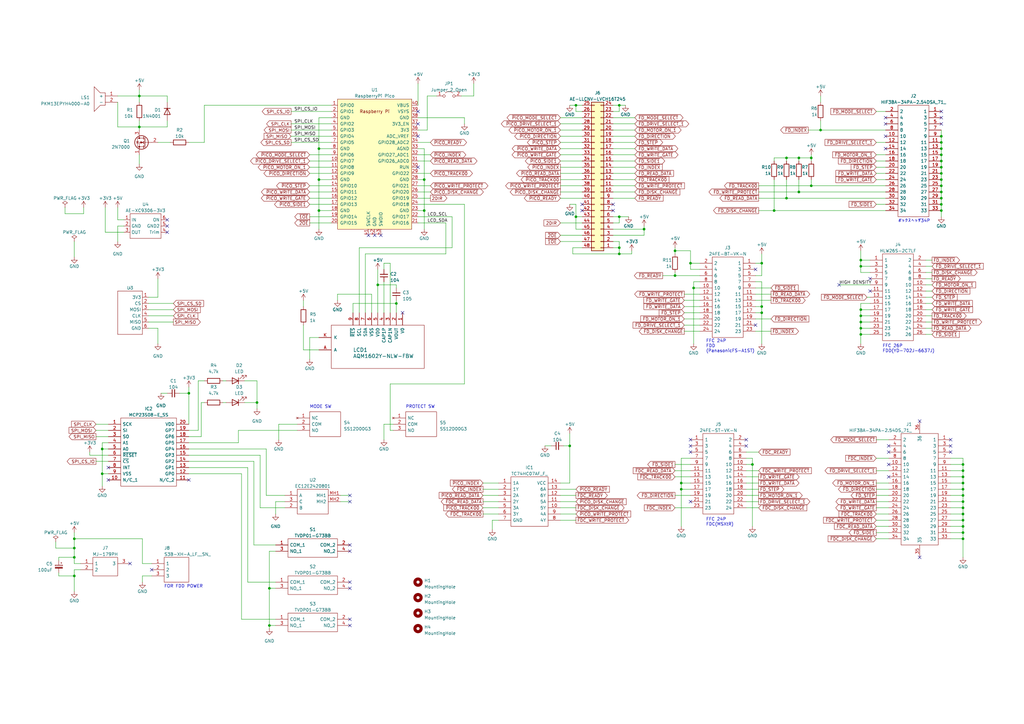
<source format=kicad_sch>
(kicad_sch (version 20230121) (generator eeschema)
  (paper "A3")
  (title_block (title "FD-ARK-06B") (date "2023-07-15") (rev "06B") (company "Harumakkin"))
  (junction (at 154.94 116.84))
  (junction (at 312.42 125.73))
  (junction (at 30.48 228.6))
  (junction (at 30.48 224.79))
  (junction (at 233.68 182.88))
  (junction (at 332.74 64.77))
  (junction (at 130.81 73.66))
  (junction (at 394.97 210.82))
  (junction (at 394.97 190.5))
  (junction (at 327.66 78.74))
  (junction (at 276.86 102.87))
  (junction (at 283.21 107.95))
  (junction (at 336.55 53.34))
  (junction (at 308.61 190.5))
  (junction (at 41.91 194.31))
  (junction (at 317.5 86.36))
  (junction (at 279.4 200.66))
  (junction (at 312.42 128.27))
  (junction (at 386.08 86.36))
  (junction (at 386.08 68.58))
  (junction (at 322.58 64.77))
  (junction (at 312.42 107.95))
  (junction (at 130.81 86.36))
  (junction (at 386.08 71.12))
  (junction (at 57.15 52.07))
  (junction (at 254 88.9))
  (junction (at 394.97 205.74))
  (junction (at 41.91 184.15))
  (junction (at 327.66 64.77))
  (junction (at 110.49 256.54))
  (junction (at 30.48 220.98))
  (junction (at 254 43.18))
  (junction (at 173.99 86.36))
  (junction (at 236.22 43.18))
  (junction (at 394.97 208.28))
  (junction (at 353.06 109.22))
  (junction (at 394.97 220.98))
  (junction (at 386.08 60.96))
  (junction (at 254 101.6))
  (junction (at 394.97 215.9))
  (junction (at 386.08 78.74))
  (junction (at 353.06 106.68))
  (junction (at 57.15 39.37))
  (junction (at 353.06 134.62))
  (junction (at 386.08 55.88))
  (junction (at 105.41 165.1))
  (junction (at 130.81 60.96))
  (junction (at 110.49 241.3))
  (junction (at 353.06 137.16))
  (junction (at 353.06 129.54))
  (junction (at 394.97 218.44))
  (junction (at 386.08 63.5))
  (junction (at 353.06 132.08))
  (junction (at 386.08 83.82))
  (junction (at 30.48 236.22))
  (junction (at 276.86 113.03))
  (junction (at 394.97 203.2))
  (junction (at 236.22 88.9))
  (junction (at 322.58 81.28))
  (junction (at 77.47 161.29))
  (junction (at 279.4 198.12))
  (junction (at 386.08 81.28))
  (junction (at 386.08 58.42))
  (junction (at 386.08 76.2))
  (junction (at 173.99 73.66))
  (junction (at 284.48 118.11))
  (junction (at 386.08 66.04))
  (junction (at 162.56 124.46))
  (junction (at 332.74 76.2))
  (junction (at 386.08 73.66))
  (junction (at 394.97 193.04))
  (junction (at 254 104.14))
  (junction (at 394.97 213.36))
  (junction (at 264.16 93.98))
  (junction (at 394.97 200.66))
  (junction (at 394.97 198.12))
  (junction (at 353.06 127))
  (junction (at 394.97 195.58))
  (no_connect (at 306.07 180.34))
  (no_connect (at 309.88 110.49))
  (no_connect (at 377.19 228.6))
  (no_connect (at 344.17 116.84))
  (no_connect (at 356.87 114.3))
  (no_connect (at 389.89 182.88))
  (no_connect (at 143.51 238.76))
  (no_connect (at 143.51 223.52))
  (no_connect (at 68.58 95.25))
  (no_connect (at 386.08 45.72))
  (no_connect (at 238.76 83.82))
  (no_connect (at 364.49 195.58))
  (no_connect (at 386.08 48.26))
  (no_connect (at 283.21 182.88))
  (no_connect (at 364.49 182.88))
  (no_connect (at 306.07 182.88))
  (no_connect (at 156.21 96.52))
  (no_connect (at 283.21 185.42))
  (no_connect (at 143.51 256.54))
  (no_connect (at 62.23 233.68))
  (no_connect (at 151.13 96.52))
  (no_connect (at 143.51 254))
  (no_connect (at 53.34 231.14))
  (no_connect (at 363.22 50.8))
  (no_connect (at 165.1 128.27))
  (no_connect (at 44.45 191.77))
  (no_connect (at 153.67 96.52))
  (no_connect (at 251.46 83.82))
  (no_connect (at 143.51 241.3))
  (no_connect (at 77.47 196.85))
  (no_connect (at 386.08 50.8))
  (no_connect (at 238.76 86.36))
  (no_connect (at 364.49 185.42))
  (no_connect (at 44.45 196.85))
  (no_connect (at 377.19 172.72))
  (no_connect (at 143.51 226.06))
  (no_connect (at 283.21 205.74))
  (no_connect (at 171.45 50.8))
  (no_connect (at 171.45 55.88))
  (no_connect (at 68.58 92.71))
  (no_connect (at 283.21 180.34))
  (no_connect (at 251.46 86.36))
  (no_connect (at 364.49 190.5))
  (no_connect (at 363.22 48.26))
  (no_connect (at 143.51 203.2))
  (no_connect (at 309.88 133.35))
  (no_connect (at 171.45 68.58))
  (no_connect (at 363.22 55.88))
  (no_connect (at 143.51 205.74))
  (no_connect (at 171.45 45.72))
  (no_connect (at 389.89 180.34))
  (no_connect (at 389.89 185.42))
  (no_connect (at 356.87 119.38))
  (no_connect (at 68.58 90.17))
  (no_connect (at 363.22 60.96))
  (wire (pts (xy 353.06 124.46) (xy 353.06 127)))
  (wire (pts (xy 198.12 198.12) (xy 204.47 198.12)))
  (wire (pts (xy 185.42 101.6) (xy 147.32 101.6)))
  (wire (pts (xy 130.81 86.36) (xy 135.89 86.36)))
  (wire (pts (xy 311.15 81.28) (xy 322.58 81.28)))
  (wire (pts (xy 68.58 52.07) (xy 57.15 52.07)))
  (wire (pts (xy 171.45 81.28) (xy 176.53 81.28)))
  (wire (pts (xy 83.82 165.1) (xy 82.55 165.1)))
  (wire (pts (xy 229.87 205.74) (xy 236.22 205.74)))
  (wire (pts (xy 306.07 190.5) (xy 308.61 190.5)))
  (wire (pts (xy 379.73 127) (xy 382.27 127)))
  (wire (pts (xy 77.47 189.23) (xy 104.14 189.23)))
  (wire (pts (xy 91.44 165.1) (xy 92.71 165.1)))
  (wire (pts (xy 48.26 92.71) (xy 50.8 92.71)))
  (wire (pts (xy 327.66 64.77) (xy 322.58 64.77)))
  (wire (pts (xy 386.08 60.96) (xy 386.08 63.5)))
  (wire (pts (xy 229.87 73.66) (xy 238.76 73.66)))
  (wire (pts (xy 311.15 76.2) (xy 332.74 76.2)))
  (wire (pts (xy 152.4 120.65) (xy 152.4 128.27)))
  (wire (pts (xy 394.97 210.82) (xy 394.97 213.36)))
  (wire (pts (xy 189.23 39.37) (xy 194.31 39.37)))
  (wire (pts (xy 379.73 111.76) (xy 382.27 111.76)))
  (wire (pts (xy 254 101.6) (xy 254 104.14)))
  (wire (pts (xy 254 43.18) (xy 254 45.72)))
  (wire (pts (xy 312.42 115.57) (xy 312.42 125.73)))
  (wire (pts (xy 238.76 88.9) (xy 236.22 88.9)))
  (wire (pts (xy 280.67 135.89) (xy 287.02 135.89)))
  (wire (pts (xy 394.97 208.28) (xy 394.97 210.82)))
  (wire (pts (xy 83.82 156.21) (xy 81.28 156.21)))
  (wire (pts (xy 119.38 53.34) (xy 135.89 53.34)))
  (wire (pts (xy 254 104.14) (xy 259.08 104.14)))
  (wire (pts (xy 229.87 210.82) (xy 236.22 210.82)))
  (wire (pts (xy 190.5 48.26) (xy 171.45 48.26)))
  (wire (pts (xy 130.81 60.96) (xy 135.89 60.96)))
  (wire (pts (xy 280.67 125.73) (xy 287.02 125.73)))
  (wire (pts (xy 229.87 66.04) (xy 238.76 66.04)))
  (wire (pts (xy 60.96 127) (xy 71.12 127)))
  (wire (pts (xy 379.73 119.38) (xy 382.27 119.38)))
  (wire (pts (xy 359.41 210.82) (xy 364.49 210.82)))
  (wire (pts (xy 322.58 73.66) (xy 322.58 81.28)))
  (wire (pts (xy 251.46 78.74) (xy 260.35 78.74)))
  (wire (pts (xy 386.08 66.04) (xy 386.08 68.58)))
  (wire (pts (xy 229.87 81.28) (xy 238.76 81.28)))
  (wire (pts (xy 41.91 181.61) (xy 44.45 181.61)))
  (wire (pts (xy 312.42 104.14) (xy 312.42 107.95)))
  (wire (pts (xy 62.23 231.14) (xy 58.42 231.14)))
  (wire (pts (xy 113.03 238.76) (xy 101.6 238.76)))
  (wire (pts (xy 386.08 71.12) (xy 386.08 73.66)))
  (wire (pts (xy 353.06 137.16) (xy 353.06 140.97)))
  (wire (pts (xy 359.41 73.66) (xy 363.22 73.66)))
  (wire (pts (xy 386.08 58.42) (xy 386.08 60.96)))
  (wire (pts (xy 271.78 113.03) (xy 276.86 113.03)))
  (wire (pts (xy 116.84 205.74) (xy 113.03 205.74)))
  (wire (pts (xy 276.86 111.76) (xy 276.86 113.03)))
  (wire (pts (xy 127 91.44) (xy 135.89 91.44)))
  (wire (pts (xy 389.89 213.36) (xy 394.97 213.36)))
  (wire (pts (xy 64.77 114.3) (xy 64.77 121.92)))
  (wire (pts (xy 127 63.5) (xy 135.89 63.5)))
  (wire (pts (xy 30.48 220.98) (xy 30.48 224.79)))
  (wire (pts (xy 283.21 107.95) (xy 287.02 107.95)))
  (wire (pts (xy 394.97 203.2) (xy 394.97 205.74)))
  (wire (pts (xy 171.45 34.29) (xy 171.45 43.18)))
  (wire (pts (xy 359.41 193.04) (xy 364.49 193.04)))
  (wire (pts (xy 389.89 210.82) (xy 394.97 210.82)))
  (wire (pts (xy 124.46 123.19) (xy 124.46 125.73)))
  (wire (pts (xy 236.22 45.72) (xy 236.22 43.18)))
  (wire (pts (xy 171.45 83.82) (xy 190.5 83.82)))
  (wire (pts (xy 104.14 223.52) (xy 113.03 223.52)))
  (wire (pts (xy 97.79 176.53) (xy 121.92 176.53)))
  (wire (pts (xy 389.89 220.98) (xy 394.97 220.98)))
  (wire (pts (xy 30.48 99.06) (xy 30.48 105.41)))
  (wire (pts (xy 185.42 88.9) (xy 185.42 101.6)))
  (wire (pts (xy 251.46 68.58) (xy 260.35 68.58)))
  (wire (pts (xy 175.26 53.34) (xy 175.26 39.37)))
  (wire (pts (xy 353.06 109.22) (xy 356.87 109.22)))
  (wire (pts (xy 127 76.2) (xy 135.89 76.2)))
  (wire (pts (xy 198.12 208.28) (xy 204.47 208.28)))
  (wire (pts (xy 389.89 190.5) (xy 394.97 190.5)))
  (wire (pts (xy 359.41 45.72) (xy 363.22 45.72)))
  (wire (pts (xy 119.38 45.72) (xy 135.89 45.72)))
  (wire (pts (xy 171.45 78.74) (xy 176.53 78.74)))
  (wire (pts (xy 57.15 52.07) (xy 57.15 53.34)))
  (wire (pts (xy 309.88 128.27) (xy 312.42 128.27)))
  (wire (pts (xy 251.46 53.34) (xy 260.35 53.34)))
  (wire (pts (xy 359.41 218.44) (xy 364.49 218.44)))
  (wire (pts (xy 353.06 134.62) (xy 356.87 134.62)))
  (wire (pts (xy 336.55 39.37) (xy 336.55 41.91)))
  (wire (pts (xy 359.41 200.66) (xy 364.49 200.66)))
  (wire (pts (xy 353.06 127) (xy 353.06 129.54)))
  (wire (pts (xy 386.08 73.66) (xy 386.08 76.2)))
  (wire (pts (xy 309.88 125.73) (xy 312.42 125.73)))
  (wire (pts (xy 39.37 176.53) (xy 44.45 176.53)))
  (wire (pts (xy 233.68 182.88) (xy 233.68 198.12)))
  (wire (pts (xy 190.5 48.26) (xy 190.5 50.8)))
  (wire (pts (xy 386.08 53.34) (xy 386.08 55.88)))
  (wire (pts (xy 386.08 55.88) (xy 386.08 58.42)))
  (wire (pts (xy 204.47 213.36) (xy 201.93 213.36)))
  (wire (pts (xy 394.97 187.96) (xy 394.97 190.5)))
  (wire (pts (xy 279.4 198.12) (xy 283.21 198.12)))
  (wire (pts (xy 389.89 203.2) (xy 394.97 203.2)))
  (wire (pts (xy 154.94 110.49) (xy 154.94 116.84)))
  (wire (pts (xy 229.87 91.44) (xy 238.76 91.44)))
  (wire (pts (xy 106.68 208.28) (xy 106.68 186.69)))
  (wire (pts (xy 173.99 73.66) (xy 173.99 86.36)))
  (wire (pts (xy 58.42 236.22) (xy 62.23 236.22)))
  (wire (pts (xy 251.46 48.26) (xy 260.35 48.26)))
  (wire (pts (xy 327.66 64.77) (xy 332.74 64.77)))
  (wire (pts (xy 173.99 86.36) (xy 173.99 93.98)))
  (wire (pts (xy 100.33 156.21) (xy 105.41 156.21)))
  (wire (pts (xy 353.06 106.68) (xy 353.06 109.22)))
  (wire (pts (xy 254 88.9) (xy 254 91.44)))
  (wire (pts (xy 359.41 71.12) (xy 363.22 71.12)))
  (wire (pts (xy 198.12 205.74) (xy 204.47 205.74)))
  (wire (pts (xy 251.46 58.42) (xy 260.35 58.42)))
  (wire (pts (xy 353.06 111.76) (xy 356.87 111.76)))
  (wire (pts (xy 287.02 118.11) (xy 284.48 118.11)))
  (wire (pts (xy 50.8 95.25) (xy 43.18 95.25)))
  (wire (pts (xy 109.22 203.2) (xy 109.22 184.15)))
  (wire (pts (xy 229.87 99.06) (xy 238.76 99.06)))
  (wire (pts (xy 251.46 55.88) (xy 260.35 55.88)))
  (wire (pts (xy 389.89 198.12) (xy 394.97 198.12)))
  (wire (pts (xy 229.87 200.66) (xy 236.22 200.66)))
  (wire (pts (xy 394.97 190.5) (xy 394.97 193.04)))
  (wire (pts (xy 389.89 193.04) (xy 394.97 193.04)))
  (wire (pts (xy 259.08 102.87) (xy 259.08 104.14)))
  (wire (pts (xy 386.08 63.5) (xy 386.08 66.04)))
  (wire (pts (xy 312.42 128.27) (xy 312.42 140.97)))
  (wire (pts (xy 139.7 205.74) (xy 143.51 205.74)))
  (wire (pts (xy 171.45 63.5) (xy 176.53 63.5)))
  (wire (pts (xy 171.45 88.9) (xy 185.42 88.9)))
  (wire (pts (xy 312.42 107.95) (xy 312.42 113.03)))
  (wire (pts (xy 233.68 83.82) (xy 236.22 83.82)))
  (wire (pts (xy 306.07 203.2) (xy 311.15 203.2)))
  (wire (pts (xy 284.48 118.11) (xy 284.48 140.97)))
  (wire (pts (xy 311.15 86.36) (xy 317.5 86.36)))
  (wire (pts (xy 110.49 256.54) (xy 110.49 257.81)))
  (wire (pts (xy 57.15 49.53) (xy 57.15 52.07)))
  (wire (pts (xy 389.89 215.9) (xy 394.97 215.9)))
  (wire (pts (xy 198.12 210.82) (xy 204.47 210.82)))
  (wire (pts (xy 229.87 96.52) (xy 238.76 96.52)))
  (wire (pts (xy 58.42 236.22) (xy 58.42 238.76)))
  (wire (pts (xy 336.55 53.34) (xy 363.22 53.34)))
  (wire (pts (xy 353.06 132.08) (xy 356.87 132.08)))
  (wire (pts (xy 39.37 189.23) (xy 44.45 189.23)))
  (wire (pts (xy 379.73 124.46) (xy 382.27 124.46)))
  (wire (pts (xy 386.08 86.36) (xy 386.08 88.9)))
  (wire (pts (xy 77.47 181.61) (xy 97.79 181.61)))
  (wire (pts (xy 22.86 222.25) (xy 22.86 224.79)))
  (wire (pts (xy 229.87 213.36) (xy 236.22 213.36)))
  (wire (pts (xy 309.88 135.89) (xy 316.23 135.89)))
  (wire (pts (xy 127 78.74) (xy 135.89 78.74)))
  (wire (pts (xy 251.46 81.28) (xy 260.35 81.28)))
  (wire (pts (xy 359.41 198.12) (xy 364.49 198.12)))
  (wire (pts (xy 322.58 64.77) (xy 322.58 66.04)))
  (wire (pts (xy 44.45 186.69) (xy 36.83 186.69)))
  (wire (pts (xy 229.87 50.8) (xy 238.76 50.8)))
  (wire (pts (xy 306.07 185.42) (xy 311.15 185.42)))
  (wire (pts (xy 22.86 224.79) (xy 30.48 224.79)))
  (wire (pts (xy 251.46 43.18) (xy 254 43.18)))
  (wire (pts (xy 171.45 76.2) (xy 176.53 76.2)))
  (wire (pts (xy 264.16 93.98) (xy 264.16 96.52)))
  (wire (pts (xy 160.02 107.95) (xy 157.48 107.95)))
  (wire (pts (xy 251.46 50.8) (xy 260.35 50.8)))
  (wire (pts (xy 331.47 53.34) (xy 336.55 53.34)))
  (wire (pts (xy 171.45 60.96) (xy 173.99 60.96)))
  (wire (pts (xy 171.45 91.44) (xy 182.88 91.44)))
  (wire (pts (xy 48.26 41.91) (xy 48.26 52.07)))
  (wire (pts (xy 359.41 83.82) (xy 363.22 83.82)))
  (wire (pts (xy 238.76 93.98) (xy 236.22 93.98)))
  (wire (pts (xy 251.46 73.66) (xy 260.35 73.66)))
  (wire (pts (xy 379.73 137.16) (xy 382.27 137.16)))
  (wire (pts (xy 280.67 133.35) (xy 287.02 133.35)))
  (wire (pts (xy 254 104.14) (xy 234.95 104.14)))
  (wire (pts (xy 229.87 60.96) (xy 238.76 60.96)))
  (wire (pts (xy 336.55 49.53) (xy 336.55 53.34)))
  (wire (pts (xy 99.06 254) (xy 113.03 254)))
  (wire (pts (xy 60.96 132.08) (xy 71.12 132.08)))
  (wire (pts (xy 306.07 205.74) (xy 311.15 205.74)))
  (wire (pts (xy 317.5 73.66) (xy 317.5 86.36)))
  (wire (pts (xy 306.07 200.66) (xy 311.15 200.66)))
  (wire (pts (xy 353.06 137.16) (xy 356.87 137.16)))
  (wire (pts (xy 201.93 213.36) (xy 201.93 217.17)))
  (wire (pts (xy 130.81 143.51) (xy 124.46 143.51)))
  (wire (pts (xy 284.48 115.57) (xy 284.48 118.11)))
  (wire (pts (xy 194.31 34.29) (xy 194.31 39.37)))
  (wire (pts (xy 198.12 203.2) (xy 204.47 203.2)))
  (wire (pts (xy 231.14 182.88) (xy 233.68 182.88)))
  (wire (pts (xy 276.86 195.58) (xy 283.21 195.58)))
  (wire (pts (xy 332.74 64.77) (xy 332.74 66.04)))
  (wire (pts (xy 39.37 179.07) (xy 44.45 179.07)))
  (wire (pts (xy 24.13 236.22) (xy 30.48 236.22)))
  (wire (pts (xy 41.91 181.61) (xy 41.91 184.15)))
  (wire (pts (xy 394.97 200.66) (xy 394.97 203.2)))
  (wire (pts (xy 147.32 101.6) (xy 147.32 128.27)))
  (wire (pts (xy 171.45 73.66) (xy 173.99 73.66)))
  (wire (pts (xy 41.91 184.15) (xy 44.45 184.15)))
  (wire (pts (xy 229.87 55.88) (xy 238.76 55.88)))
  (wire (pts (xy 379.73 134.62) (xy 382.27 134.62)))
  (wire (pts (xy 283.21 102.87) (xy 283.21 107.95)))
  (wire (pts (xy 251.46 71.12) (xy 260.35 71.12)))
  (wire (pts (xy 173.99 60.96) (xy 173.99 73.66)))
  (wire (pts (xy 327.66 66.04) (xy 327.66 64.77)))
  (wire (pts (xy 344.17 116.84) (xy 356.87 116.84)))
  (wire (pts (xy 68.58 39.37) (xy 68.58 41.91)))
  (wire (pts (xy 394.97 198.12) (xy 394.97 200.66)))
  (wire (pts (xy 171.45 53.34) (xy 175.26 53.34)))
  (wire (pts (xy 317.5 86.36) (xy 363.22 86.36)))
  (wire (pts (xy 48.26 90.17) (xy 48.26 85.09)))
  (wire (pts (xy 157.48 173.99) (xy 157.48 180.34)))
  (wire (pts (xy 389.89 218.44) (xy 394.97 218.44)))
  (wire (pts (xy 26.67 87.63) (xy 34.29 87.63)))
  (wire (pts (xy 138.43 120.65) (xy 152.4 120.65)))
  (wire (pts (xy 26.67 85.09) (xy 26.67 87.63)))
  (wire (pts (xy 229.87 58.42) (xy 238.76 58.42)))
  (wire (pts (xy 309.88 123.19) (xy 316.23 123.19)))
  (wire (pts (xy 276.86 193.04) (xy 283.21 193.04)))
  (wire (pts (xy 312.42 125.73) (xy 312.42 128.27)))
  (wire (pts (xy 251.46 91.44) (xy 254 91.44)))
  (wire (pts (xy 83.82 43.18) (xy 135.89 43.18)))
  (wire (pts (xy 279.4 187.96) (xy 279.4 198.12)))
  (wire (pts (xy 229.87 208.28) (xy 236.22 208.28)))
  (wire (pts (xy 223.52 182.88) (xy 226.06 182.88)))
  (wire (pts (xy 162.56 124.46) (xy 162.56 128.27)))
  (wire (pts (xy 379.73 129.54) (xy 382.27 129.54)))
  (wire (pts (xy 353.06 134.62) (xy 353.06 137.16)))
  (wire (pts (xy 279.4 200.66) (xy 279.4 215.9)))
  (wire (pts (xy 130.81 48.26) (xy 135.89 48.26)))
  (wire (pts (xy 68.58 39.37) (xy 57.15 39.37)))
  (wire (pts (xy 190.5 157.48) (xy 190.5 83.82)))
  (wire (pts (xy 41.91 194.31) (xy 41.91 199.39)))
  (wire (pts (xy 280.67 128.27) (xy 287.02 128.27)))
  (wire (pts (xy 276.86 190.5) (xy 283.21 190.5)))
  (wire (pts (xy 160.02 157.48) (xy 190.5 157.48)))
  (wire (pts (xy 104.14 189.23) (xy 104.14 223.52)))
  (wire (pts (xy 229.87 76.2) (xy 238.76 76.2)))
  (wire (pts (xy 379.73 116.84) (xy 382.27 116.84)))
  (wire (pts (xy 283.21 107.95) (xy 283.21 110.49)))
  (wire (pts (xy 332.74 76.2) (xy 363.22 76.2)))
  (wire (pts (xy 41.91 194.31) (xy 44.45 194.31)))
  (wire (pts (xy 127 71.12) (xy 135.89 71.12)))
  (wire (pts (xy 251.46 96.52) (xy 264.16 96.52)))
  (wire (pts (xy 229.87 48.26) (xy 238.76 48.26)))
  (wire (pts (xy 389.89 205.74) (xy 394.97 205.74)))
  (wire (pts (xy 33.02 233.68) (xy 30.48 233.68)))
  (wire (pts (xy 238.76 45.72) (xy 236.22 45.72)))
  (wire (pts (xy 130.81 73.66) (xy 130.81 86.36)))
  (wire (pts (xy 353.06 127) (xy 356.87 127)))
  (wire (pts (xy 171.45 58.42) (xy 176.53 58.42)))
  (wire (pts (xy 394.97 215.9) (xy 394.97 218.44)))
  (wire (pts (xy 34.29 85.09) (xy 34.29 87.63)))
  (wire (pts (xy 198.12 200.66) (xy 204.47 200.66)))
  (wire (pts (xy 254 99.06) (xy 254 101.6)))
  (wire (pts (xy 30.48 236.22) (xy 30.48 242.57)))
  (wire (pts (xy 379.73 109.22) (xy 382.27 109.22)))
  (wire (pts (xy 110.49 226.06) (xy 110.49 241.3)))
  (wire (pts (xy 139.7 203.2) (xy 143.51 203.2)))
  (wire (pts (xy 332.74 63.5) (xy 332.74 64.77)))
  (wire (pts (xy 50.8 90.17) (xy 48.26 90.17)))
  (wire (pts (xy 254 43.18) (xy 256.54 43.18)))
  (wire (pts (xy 394.97 220.98) (xy 394.97 228.6)))
  (wire (pts (xy 309.88 113.03) (xy 312.42 113.03)))
  (wire (pts (xy 236.22 88.9) (xy 236.22 83.82)))
  (wire (pts (xy 311.15 78.74) (xy 327.66 78.74)))
  (wire (pts (xy 30.48 228.6) (xy 24.13 228.6)))
  (wire (pts (xy 280.67 130.81) (xy 287.02 130.81)))
  (wire (pts (xy 182.88 104.14) (xy 182.88 91.44)))
  (wire (pts (xy 254 88.9) (xy 257.81 88.9)))
  (wire (pts (xy 251.46 88.9) (xy 254 88.9)))
  (wire (pts (xy 353.06 132.08) (xy 353.06 134.62)))
  (wire (pts (xy 24.13 228.6) (xy 24.13 229.87)))
  (wire (pts (xy 157.48 173.99) (xy 161.29 173.99)))
  (wire (pts (xy 309.88 115.57) (xy 312.42 115.57)))
  (wire (pts (xy 130.81 60.96) (xy 130.81 73.66)))
  (wire (pts (xy 359.41 203.2) (xy 364.49 203.2)))
  (wire (pts (xy 389.89 195.58) (xy 394.97 195.58)))
  (wire (pts (xy 149.86 104.14) (xy 182.88 104.14)))
  (wire (pts (xy 309.88 130.81) (xy 316.23 130.81)))
  (wire (pts (xy 322.58 64.77) (xy 317.5 64.77)))
  (wire (pts (xy 144.78 124.46) (xy 144.78 128.27)))
  (wire (pts (xy 161.29 176.53) (xy 160.02 176.53)))
  (wire (pts (xy 309.88 120.65) (xy 316.23 120.65)))
  (wire (pts (xy 394.97 218.44) (xy 394.97 220.98)))
  (wire (pts (xy 81.28 156.21) (xy 81.28 176.53)))
  (wire (pts (xy 359.41 213.36) (xy 364.49 213.36)))
  (wire (pts (xy 379.73 132.08) (xy 382.27 132.08)))
  (wire (pts (xy 308.61 190.5) (xy 308.61 215.9)))
  (wire (pts (xy 30.48 233.68) (xy 30.48 236.22)))
  (wire (pts (xy 236.22 88.9) (xy 236.22 93.98)))
  (wire (pts (xy 157.48 115.57) (xy 157.48 128.27)))
  (wire (pts (xy 57.15 63.5) (xy 57.15 67.31)))
  (wire (pts (xy 306.07 208.28) (xy 311.15 208.28)))
  (wire (pts (xy 353.06 106.68) (xy 353.06 102.87)))
  (wire (pts (xy 229.87 53.34) (xy 238.76 53.34)))
  (wire (pts (xy 119.38 55.88) (xy 135.89 55.88)))
  (wire (pts (xy 30.48 224.79) (xy 30.48 228.6)))
  (wire (pts (xy 171.45 66.04) (xy 176.53 66.04)))
  (wire (pts (xy 116.84 208.28) (xy 106.68 208.28)))
  (wire (pts (xy 127 138.43) (xy 127 147.32)))
  (wire (pts (xy 276.86 113.03) (xy 287.02 113.03)))
  (wire (pts (xy 353.06 109.22) (xy 353.06 111.76)))
  (wire (pts (xy 130.81 86.36) (xy 130.81 93.98)))
  (wire (pts (xy 105.41 156.21) (xy 105.41 165.1)))
  (wire (pts (xy 39.37 173.99) (xy 44.45 173.99)))
  (wire (pts (xy 251.46 101.6) (xy 254 101.6)))
  (wire (pts (xy 124.46 143.51) (xy 124.46 133.35)))
  (wire (pts (xy 353.06 129.54) (xy 353.06 132.08)))
  (wire (pts (xy 359.41 215.9) (xy 364.49 215.9)))
  (wire (pts (xy 229.87 71.12) (xy 238.76 71.12)))
  (wire (pts (xy 119.38 50.8) (xy 135.89 50.8)))
  (wire (pts (xy 43.18 85.09) (xy 43.18 95.25)))
  (wire (pts (xy 114.3 173.99) (xy 114.3 180.34)))
  (wire (pts (xy 279.4 198.12) (xy 279.4 200.66)))
  (wire (pts (xy 359.41 208.28) (xy 364.49 208.28)))
  (wire (pts (xy 306.07 195.58) (xy 311.15 195.58)))
  (wire (pts (xy 33.02 231.14) (xy 30.48 231.14)))
  (wire (pts (xy 379.73 106.68) (xy 382.27 106.68)))
  (wire (pts (xy 157.48 107.95) (xy 157.48 110.49)))
  (wire (pts (xy 64.77 134.62) (xy 64.77 140.97)))
  (wire (pts (xy 389.89 208.28) (xy 394.97 208.28)))
  (wire (pts (xy 162.56 123.19) (xy 162.56 124.46)))
  (wire (pts (xy 113.03 226.06) (xy 110.49 226.06)))
  (wire (pts (xy 308.61 187.96) (xy 308.61 190.5)))
  (wire (pts (xy 394.97 195.58) (xy 394.97 198.12)))
  (wire (pts (xy 251.46 99.06) (xy 254 99.06)))
  (wire (pts (xy 66.04 161.29) (xy 68.58 161.29)))
  (wire (pts (xy 386.08 83.82) (xy 386.08 86.36)))
  (wire (pts (xy 264.16 92.71) (xy 264.16 93.98)))
  (wire (pts (xy 99.06 194.31) (xy 99.06 254)))
  (wire (pts (xy 127 66.04) (xy 135.89 66.04)))
  (wire (pts (xy 386.08 81.28) (xy 386.08 83.82)))
  (wire (pts (xy 105.41 165.1) (xy 105.41 167.64)))
  (wire (pts (xy 154.94 116.84) (xy 154.94 128.27)))
  (wire (pts (xy 251.46 60.96) (xy 260.35 60.96)))
  (wire (pts (xy 386.08 76.2) (xy 386.08 78.74)))
  (wire (pts (xy 154.94 116.84) (xy 162.56 116.84)))
  (wire (pts (xy 359.41 180.34) (xy 364.49 180.34)))
  (wire (pts (xy 162.56 118.11) (xy 162.56 116.84)))
  (wire (pts (xy 306.07 187.96) (xy 308.61 187.96)))
  (wire (pts (xy 233.68 177.8) (xy 233.68 182.88)))
  (wire (pts (xy 379.73 114.3) (xy 382.27 114.3)))
  (wire (pts (xy 83.82 43.18) (xy 83.82 58.42)))
  (wire (pts (xy 68.58 49.53) (xy 68.58 52.07)))
  (wire (pts (xy 30.48 228.6) (xy 30.48 231.14)))
  (wire (pts (xy 309.88 107.95) (xy 312.42 107.95)))
  (wire (pts (xy 91.44 156.21) (xy 92.71 156.21)))
  (wire (pts (xy 110.49 241.3) (xy 110.49 256.54)))
  (wire (pts (xy 356.87 106.68) (xy 353.06 106.68)))
  (wire (pts (xy 251.46 63.5) (xy 260.35 63.5)))
  (wire (pts (xy 97.79 181.61) (xy 97.79 176.53)))
  (wire (pts (xy 287.02 110.49) (xy 283.21 110.49)))
  (wire (pts (xy 149.86 104.14) (xy 149.86 128.27)))
  (wire (pts (xy 113.03 205.74) (xy 113.03 210.82)))
  (wire (pts (xy 251.46 93.98) (xy 264.16 93.98)))
  (wire (pts (xy 394.97 193.04) (xy 394.97 195.58)))
  (wire (pts (xy 77.47 194.31) (xy 99.06 194.31)))
  (wire (pts (xy 359.41 187.96) (xy 364.49 187.96)))
  (wire (pts (xy 130.81 73.66) (xy 135.89 73.66)))
  (wire (pts (xy 251.46 76.2) (xy 260.35 76.2)))
  (wire (pts (xy 251.46 66.04) (xy 260.35 66.04)))
  (wire (pts (xy 306.07 193.04) (xy 311.15 193.04)))
  (wire (pts (xy 77.47 158.75) (xy 77.47 161.29)))
  (wire (pts (xy 57.15 39.37) (xy 48.26 39.37)))
  (wire (pts (xy 276.86 102.87) (xy 276.86 104.14)))
  (wire (pts (xy 276.86 208.28) (xy 283.21 208.28)))
  (wire (pts (xy 106.68 186.69) (xy 77.47 186.69)))
  (wire (pts (xy 234.95 101.6) (xy 234.95 104.14)))
  (wire (pts (xy 379.73 121.92) (xy 382.27 121.92)))
  (wire (pts (xy 69.85 58.42) (xy 64.77 58.42)))
  (wire (pts (xy 171.45 86.36) (xy 173.99 86.36)))
  (wire (pts (xy 83.82 58.42) (xy 77.47 58.42)))
  (wire (pts (xy 359.41 63.5) (xy 363.22 63.5)))
  (wire (pts (xy 355.6 121.92) (xy 356.87 121.92)))
  (wire (pts (xy 109.22 184.15) (xy 77.47 184.15)))
  (wire (pts (xy 359.41 68.58) (xy 363.22 68.58)))
  (wire (pts (xy 238.76 101.6) (xy 234.95 101.6)))
  (wire (pts (xy 100.33 165.1) (xy 105.41 165.1)))
  (wire (pts (xy 229.87 78.74) (xy 238.76 78.74)))
  (wire (pts (xy 233.68 43.18) (xy 236.22 43.18)))
  (wire (pts (xy 41.91 184.15) (xy 41.91 194.31)))
  (wire (pts (xy 57.15 52.07) (xy 48.26 52.07)))
  (wire (pts (xy 280.67 123.19) (xy 287.02 123.19)))
  (wire (pts (xy 113.03 256.54) (xy 110.49 256.54)))
  (wire (pts (xy 162.56 124.46) (xy 144.78 124.46)))
  (wire (pts (xy 353.06 124.46) (xy 356.87 124.46)))
  (wire (pts (xy 130.81 48.26) (xy 130.81 60.96)))
  (wire (pts (xy 127 88.9) (xy 135.89 88.9)))
  (wire (pts (xy 101.6 238.76) (xy 101.6 191.77)))
  (wire (pts (xy 81.28 176.53) (xy 77.47 176.53)))
  (wire (pts (xy 138.43 123.19) (xy 138.43 120.65)))
  (wire (pts (xy 251.46 45.72) (xy 254 45.72)))
  (wire (pts (xy 359.41 58.42) (xy 363.22 58.42)))
  (wire (pts (xy 229.87 198.12) (xy 233.68 198.12)))
  (wire (pts (xy 322.58 81.28) (xy 363.22 81.28)))
  (wire (pts (xy 283.21 187.96) (xy 279.4 187.96)))
  (wire (pts (xy 171.45 71.12) (xy 176.53 71.12)))
  (wire (pts (xy 306.07 198.12) (xy 311.15 198.12)))
  (wire (pts (xy 332.74 73.66) (xy 332.74 76.2)))
  (wire (pts (xy 160.02 176.53) (xy 160.02 157.48)))
  (wire (pts (xy 116.84 203.2) (xy 109.22 203.2)))
  (wire (pts (xy 82.55 179.07) (xy 77.47 179.07)))
  (wire (pts (xy 77.47 161.29) (xy 77.47 173.99)))
  (wire (pts (xy 60.96 121.92) (xy 64.77 121.92)))
  (wire (pts (xy 394.97 205.74) (xy 394.97 208.28)))
  (wire (pts (xy 127 81.28) (xy 135.89 81.28)))
  (wire (pts (xy 60.96 129.54) (xy 71.12 129.54)))
  (wire (pts (xy 359.41 66.04) (xy 363.22 66.04)))
  (wire (pts (xy 58.42 220.98) (xy 58.42 231.14)))
  (wire (pts (xy 57.15 36.83) (xy 57.15 39.37)))
  (wire (pts (xy 119.38 58.42) (xy 135.89 58.42)))
  (wire (pts (xy 276.86 203.2) (xy 283.21 203.2)))
  (wire (pts (xy 127 68.58) (xy 135.89 68.58)))
  (wire (pts (xy 24.13 234.95) (xy 24.13 236.22)))
  (wire (pts (xy 394.97 213.36) (xy 394.97 215.9)))
  (wire (pts (xy 359.41 220.98) (xy 364.49 220.98)))
  (wire (pts (xy 327.66 78.74) (xy 363.22 78.74)))
  (wire (pts (xy 386.08 78.74) (xy 386.08 81.28)))
  (wire (pts (xy 113.03 241.3) (xy 110.49 241.3)))
  (wire (pts (xy 279.4 200.66) (xy 283.21 200.66)))
  (wire (pts (xy 359.41 205.74) (xy 364.49 205.74)))
  (wire (pts (xy 280.67 120.65) (xy 287.02 120.65)))
  (wire (pts (xy 121.92 173.99) (xy 114.3 173.99)))
  (wire (pts (xy 229.87 68.58) (xy 238.76 68.58)))
  (wire (pts (xy 175.26 39.37) (xy 179.07 39.37)))
  (wire (pts (xy 229.87 63.5) (xy 238.76 63.5)))
  (wire (pts (xy 60.96 124.46) (xy 71.12 124.46)))
  (wire (pts (xy 386.08 68.58) (xy 386.08 71.12)))
  (wire (pts (xy 389.89 200.66) (xy 394.97 200.66)))
  (wire (pts (xy 317.5 64.77) (xy 317.5 66.04)))
  (wire (pts (xy 60.96 134.62) (xy 64.77 134.62)))
  (wire (pts (xy 229.87 203.2) (xy 236.22 203.2)))
  (wire (pts (xy 276.86 101.6) (xy 276.86 102.87)))
  (wire (pts (xy 160.02 128.27) (xy 160.02 107.95)))
  (wire (pts (xy 327.66 73.66) (xy 327.66 78.74)))
  (wire (pts (xy 73.66 161.29) (xy 77.47 161.29)))
  (wire (pts (xy 287.02 115.57) (xy 284.48 115.57)))
  (wire (pts (xy 36.83 186.69) (xy 36.83 185.42)))
  (wire (pts (xy 48.26 92.71) (xy 48.26 99.06)))
  (wire (pts (xy 58.42 220.98) (xy 30.48 220.98)))
  (wire (pts (xy 130.81 138.43) (xy 127 138.43)))
  (wire (pts (xy 236.22 43.18) (xy 238.76 43.18)))
  (wire (pts (xy 30.48 220.98) (xy 30.48 218.44)))
  (wire (pts (xy 283.21 102.87) (xy 276.86 102.87)))
  (wire (pts (xy 127 83.82) (xy 135.89 83.82)))
  (wire (pts (xy 389.89 187.96) (xy 394.97 187.96)))
  (wire (pts (xy 82.55 165.1) (xy 82.55 179.07)))
  (wire (pts (xy 353.06 129.54) (xy 356.87 129.54)))
  (wire (pts (xy 309.88 118.11) (xy 316.23 118.11)))
  (wire (pts (xy 101.6 191.77) (xy 77.47 191.77)))
  (wire (pts (xy 57.15 39.37) (xy 57.15 41.91)))
  (text "PROTECT SW" (at 166.37 167.64 0) (effects (font (size 1.27 1.27)) (justify left bottom)))
  (text "FFC 24P\nFDD\n(PanasonicFS-A1ST)" (at 289.56 144.78 0) (effects (font (size 1.27 1.27)) (justify left bottom)))
  (text "FOR FDD POWER" (at 67.31 241.3 0) (effects (font (size 1.27 1.27)) (justify left bottom)))
  (text "FFC 26P\nFDD(YD-702J-6637J)" (at 361.95 144.78 0) (effects (font (size 1.27 1.27)) (justify left bottom)))
  (text "FFC 24P\nFDC(MSXtR)" (at 289.56 215.9 0) (effects (font (size 1.27 1.27)) (justify left bottom)))
  (text "ボックスヘッダ34P" (at 368.3 91.44 0) (effects (font (size 1.27 1.27)) (justify left bottom)))
  (text "MODE SW" (at 127 167.64 0) (effects (font (size 1.27 1.27)) (justify left bottom)))
  (label "SPI_CLK" (at 120.65 50.8 0))
  (label "SPI_CS_SD" (at 120.65 58.42 0))
  (label "LCD_SCL" (at 175.26 88.9 0))
  (label "HIGH DENSITY" (at 344.17 116.84 0))
  (label "LCD_SDA" (at 175.26 91.44 0))
  (label "SPI_MOSI" (at 120.65 53.34 0))
  (label "SPI_MISO" (at 120.65 55.88 0))
  (label "SPI_CS_IO" (at 120.65 45.72 0))
  (global_label "~{PICO_DRIVE_SELECT_1}" (shape bidirectional) (at 229.87 50.8 180) (property "Intersheetrefs" "${INTERSHEET_REFS}" (effects hide)))
  (global_label "~{FDC_TRACK00}" (shape input) (at 276.86 195.58 180) (property "Intersheetrefs" "${INTERSHEET_REFS}" (effects hide)))
  (global_label "~{FD_READY}" (shape output) (at 382.27 114.3 0) (property "Intersheetrefs" "${INTERSHEET_REFS}" (effects hide)))
  (global_label "SPI_CS_IO" (shape output) (at 39.37 189.23 180) (property "Intersheetrefs" "${INTERSHEET_REFS}" (effects hide)))
  (global_label "~{FDC_DISK_CHANGE}" (shape input) (at 359.41 220.98 180) (property "Intersheetrefs" "${INTERSHEET_REFS}" (effects hide)))
  (global_label "~{FD_STEP}" (shape output) (at 311.15 200.66 0) (property "Intersheetrefs" "${INTERSHEET_REFS}" (effects hide)))
  (global_label "~{PICO_DRIVE_SELECT_1}" (shape bidirectional) (at 127 66.04 180) (property "Intersheetrefs" "${INTERSHEET_REFS}" (effects hide)))
  (global_label "~{FD_DIRECTION}" (shape input) (at 316.23 130.81 0) (property "Intersheetrefs" "${INTERSHEET_REFS}" (effects hide)))
  (global_label "~{FD_WRITE_DATA}" (shape input) (at 280.67 125.73 180) (property "Intersheetrefs" "${INTERSHEET_REFS}" (effects hide)))
  (global_label "~{FDC_DISK_CHANGE}" (shape output) (at 236.22 208.28 0) (property "Intersheetrefs" "${INTERSHEET_REFS}" (effects hide)))
  (global_label "~{FD_STEP}" (shape input) (at 280.67 128.27 180) (property "Intersheetrefs" "${INTERSHEET_REFS}" (effects hide)))
  (global_label "~{FD_SIDE1}" (shape input) (at 382.27 137.16 0) (property "Intersheetrefs" "${INTERSHEET_REFS}" (effects hide)))
  (global_label "~{FD_WRITE_DATA}" (shape input) (at 359.41 71.12 180) (property "Intersheetrefs" "${INTERSHEET_REFS}" (effects hide)))
  (global_label "~{FD_DIRECTION}" (shape input) (at 359.41 66.04 180) (property "Intersheetrefs" "${INTERSHEET_REFS}" (effects hide)))
  (global_label "~{FDC_WRITE_PROTECT}" (shape input) (at 359.41 213.36 180) (property "Intersheetrefs" "${INTERSHEET_REFS}" (effects hide)))
  (global_label "SPI_CS_SD" (shape output) (at 119.38 58.42 180) (property "Intersheetrefs" "${INTERSHEET_REFS}" (effects hide)))
  (global_label "~{FD_MODE_SELECT}" (shape bidirectional) (at 260.35 48.26 0) (property "Intersheetrefs" "${INTERSHEET_REFS}" (effects hide)))
  (global_label "SPI_CLK" (shape input) (at 39.37 173.99 180) (property "Intersheetrefs" "${INTERSHEET_REFS}" (effects hide)))
  (global_label "~{FDC_READ_DATA}" (shape output) (at 198.12 205.74 180) (property "Intersheetrefs" "${INTERSHEET_REFS}" (effects hide)))
  (global_label "~{PICO_READ_DATA}" (shape input) (at 198.12 203.2 180) (property "Intersheetrefs" "${INTERSHEET_REFS}" (effects hide)))
  (global_label "~{FDC_INDEX}" (shape input) (at 359.41 187.96 180) (property "Intersheetrefs" "${INTERSHEET_REFS}" (effects hide)))
  (global_label "~{PICO_INDEX}" (shape input) (at 198.12 198.12 180) (property "Intersheetrefs" "${INTERSHEET_REFS}" (effects hide)))
  (global_label "~{1OE}" (shape output) (at 127 88.9 180) (property "Intersheetrefs" "${INTERSHEET_REFS}" (effects hide)))
  (global_label "~{FD_DIRECTION}" (shape input) (at 382.27 119.38 0) (property "Intersheetrefs" "${INTERSHEET_REFS}" (effects hide)))
  (global_label "~{FDC_READY}" (shape input) (at 311.15 185.42 0) (property "Intersheetrefs" "${INTERSHEET_REFS}" (effects hide)))
  (global_label "~{FDC_WRITE_PROTECT}" (shape input) (at 311.15 193.04 0) (property "Intersheetrefs" "${INTERSHEET_REFS}" (effects hide)))
  (global_label "~{PICO_STEP}" (shape bidirectional) (at 127 76.2 180) (property "Intersheetrefs" "${INTERSHEET_REFS}" (effects hide)))
  (global_label "~{FDC_TRACK00}" (shape input) (at 359.41 210.82 180) (property "Intersheetrefs" "${INTERSHEET_REFS}" (effects hide)))
  (global_label "SPI_CS_SD" (shape input) (at 71.12 124.46 0) (property "Intersheetrefs" "${INTERSHEET_REFS}" (effects hide)))
  (global_label "~{PICO_SIDE1}" (shape bidirectional) (at 127 83.82 180) (property "Intersheetrefs" "${INTERSHEET_REFS}" (effects hide)))
  (global_label "~{FD_MOTOR_ON_1}" (shape output) (at 359.41 198.12 180) (property "Intersheetrefs" "${INTERSHEET_REFS}" (effects hide)))
  (global_label "~{PICO_INDEX}" (shape bidirectional) (at 176.53 63.5 0) (property "Intersheetrefs" "${INTERSHEET_REFS}" (effects hide)))
  (global_label "~{FD_SIDE1}" (shape input) (at 316.23 118.11 0) (property "Intersheetrefs" "${INTERSHEET_REFS}" (effects hide)))
  (global_label "~{FD_STEP}" (shape input) (at 359.41 68.58 180) (property "Intersheetrefs" "${INTERSHEET_REFS}" (effects hide)))
  (global_label "~{PICO_TRACK00}" (shape output) (at 229.87 73.66 180) (property "Intersheetrefs" "${INTERSHEET_REFS}" (effects hide)))
  (global_label "~{PICO_DISK_CHANGE}" (shape input) (at 236.22 205.74 0) (property "Intersheetrefs" "${INTERSHEET_REFS}" (effects hide)))
  (global_label "~{PICO_DISK_CHANGE}" (shape bidirectional) (at 176.53 78.74 0) (property "Intersheetrefs" "${INTERSHEET_REFS}" (effects hide)))
  (global_label "~{FD_WRITE_DATA}" (shape bidirectional) (at 260.35 60.96 0) (property "Intersheetrefs" "${INTERSHEET_REFS}" (effects hide)))
  (global_label "~{PICO_DIRECTION}" (shape bidirectional) (at 229.87 55.88 180) (property "Intersheetrefs" "${INTERSHEET_REFS}" (effects hide)))
  (global_label "~{PICO_WRITE_GATE}" (shape bidirectional) (at 229.87 63.5 180) (property "Intersheetrefs" "${INTERSHEET_REFS}" (effects hide)))
  (global_label "~{PICO_MOTOR_ON_1}" (shape bidirectional) (at 229.87 53.34 180) (property "Intersheetrefs" "${INTERSHEET_REFS}" (effects hide)))
  (global_label "~{FD_DISK_CHANGE}" (shape input) (at 260.35 78.74 0) (property "Intersheetrefs" "${INTERSHEET_REFS}" (effects hide)))
  (global_label "~{FD_MOTOR_ON_1}" (shape input) (at 280.67 130.81 180) (property "Intersheetrefs" "${INTERSHEET_REFS}" (effects hide)))
  (global_label "~{FD_READY}" (shape input) (at 260.35 81.28 0) (property "Intersheetrefs" "${INTERSHEET_REFS}" (effects hide)))
  (global_label "~{PICO_MODE_SELECT}" (shape bidirectional) (at 127 63.5 180) (property "Intersheetrefs" "${INTERSHEET_REFS}" (effects hide)))
  (global_label "~{FD_MODE_SELECT}" (shape output) (at 359.41 180.34 180) (property "Intersheetrefs" "${INTERSHEET_REFS}" (effects hide)))
  (global_label "~{PICO_DIRECTION}" (shape bidirectional) (at 127 71.12 180) (property "Intersheetrefs" "${INTERSHEET_REFS}" (effects hide)))
  (global_label "~{PICO_TRACK00}" (shape bidirectional) (at 176.53 71.12 0) (property "Intersheetrefs" "${INTERSHEET_REFS}" (effects hide)))
  (global_label "~{FD_DIRECTION}" (shape output) (at 359.41 200.66 180) (property "Intersheetrefs" "${INTERSHEET_REFS}" (effects hide)))
  (global_label "~{PICO_DISK_CHANGE}" (shape output) (at 229.87 78.74 180) (property "Intersheetrefs" "${INTERSHEET_REFS}" (effects hide)))
  (global_label "~{FDC_WRITE_PROTECT}" (shape output) (at 236.22 213.36 0) (property "Intersheetrefs" "${INTERSHEET_REFS}" (effects hide)))
  (global_label "~{FD_WRITE_GATE}" (shape input) (at 359.41 73.66 180) (property "Intersheetrefs" "${INTERSHEET_REFS}" (effects hide)))
  (global_label "~{PICO_INDEX}" (shape output) (at 229.87 68.58 180) (property "Intersheetrefs" "${INTERSHEET_REFS}" (effects hide)))
  (global_label "~{FD_STEP}" (shape output) (at 359.41 203.2 180) (property "Intersheetrefs" "${INTERSHEET_REFS}" (effects hide)))
  (global_label "SPI_MISO" (shape input) (at 119.38 55.88 180) (property "Intersheetrefs" "${INTERSHEET_REFS}" (effects hide)))
  (global_label "~{FD_DRIVE_SELECT_1}" (shape input) (at 359.41 58.42 180) (property "Intersheetrefs" "${INTERSHEET_REFS}" (effects hide)))
  (global_label "~{PICO_WRITE_PROTECT}" (shape bidirectional) (at 176.53 76.2 0) (property "Intersheetrefs" "${INTERSHEET_REFS}" (effects hide)))
  (global_label "~{PICO_MODE_SELECT}" (shape bidirectional) (at 229.87 48.26 180) (property "Intersheetrefs" "${INTERSHEET_REFS}" (effects hide)))
  (global_label "~{PICO_READ_DATA}" (shape output) (at 229.87 71.12 180) (property "Intersheetrefs" "${INTERSHEET_REFS}" (effects hide)))
  (global_label "~{FD_MOTOR_ON_1}" (shape input) (at 382.27 116.84 0) (property "Intersheetrefs" "${INTERSHEET_REFS}" (effects hide)))
  (global_label "~{FD_WRITE_PROTECT}" (shape output) (at 382.27 132.08 0) (property "Intersheetrefs" "${INTERSHEET_REFS}" (effects hide)))
  (global_label "~{FD_DRIVE_SELECT_1}" (shape input) (at 280.67 133.35 180) (property "Intersheetrefs" "${INTERSHEET_REFS}" (effects hide)))
  (global_label "~{FD_DRIVE_SELECT_1}" (shape input) (at 382.27 109.22 0) (property "Intersheetrefs" "${INTERSHEET_REFS}" (effects hide)))
  (global_label "~{FD_SIDE1}" (shape output) (at 276.86 190.5 180) (property "Intersheetrefs" "${INTERSHEET_REFS}" (effects hide)))
  (global_label "~{FD_MODE_SELECT}" (shape input) (at 355.6 121.92 180) (property "Intersheetrefs" "${INTERSHEET_REFS}" (effects hide)))
  (global_label "~{PICO_WRITE_GATE}" (shape bidirectional) (at 127 81.28 180) (property "Intersheetrefs" "${INTERSHEET_REFS}" (effects hide)))
  (global_label "~{FD_DISK_CHANGE}" (shape output) (at 311.15 86.36 180) (property "Intersheetrefs" "${INTERSHEET_REFS}" (effects hide)))
  (global_label "SPI_MOSI" (shape input) (at 71.12 127 0) (property "Intersheetrefs" "${INTERSHEET_REFS}" (effects hide)))
  (global_label "~{FD_STEP}" (shape input) (at 382.27 121.92 0) (property "Intersheetrefs" "${INTERSHEET_REFS}" (effects hide)))
  (global_label "~{FD_READ_DATA}" (shape output) (at 311.15 81.28 180) (property "Intersheetrefs" "${INTERSHEET_REFS}" (effects hide)))
  (global_label "~{FD_DISK_CHANGE}" (shape output) (at 280.67 135.89 180) (property "Intersheetrefs" "${INTERSHEET_REFS}" (effects hide)))
  (global_label "~{FD_STEP}" (shape bidirectional) (at 260.35 58.42 0) (property "Intersheetrefs" "${INTERSHEET_REFS}" (effects hide)))
  (global_label "~{FD_INDEX}" (shape input) (at 260.35 68.58 0) (property "Intersheetrefs" "${INTERSHEET_REFS}" (effects hide)))
  (global_label "~{FD_MOTOR_ON_1}" (shape output) (at 311.15 203.2 0) (property "Intersheetrefs" "${INTERSHEET_REFS}" (effects hide)))
  (global_label "SPI_CLK" (shape output) (at 119.38 50.8 180) (property "Intersheetrefs" "${INTERSHEET_REFS}" (effects hide)))
  (global_label "2DIR" (shape output) (at 176.53 81.28 0) (property "Intersheetrefs" "${INTERSHEET_REFS}" (effects hide)))
  (global_label "~{PICO_STEP}" (shape bidirectional) (at 229.87 58.42 180) (property "Intersheetrefs" "${INTERSHEET_REFS}" (effects hide)))
  (global_label "~{FD_WRITE_DATA}" (shape input) (at 382.27 124.46 0) (property "Intersheetrefs" "${INTERSHEET_REFS}" (effects hide)))
  (global_label "~{FD_WRITE_GATE}" (shape input) (at 280.67 123.19 180) (property "Intersheetrefs" "${INTERSHEET_REFS}" (effects hide)))
  (global_label "SPI_MISO" (shape output) (at 71.12 132.08 0) (property "Intersheetrefs" "${INTERSHEET_REFS}" (effects hide)))
  (global_label "~{FD_SIDE1}" (shape input) (at 359.41 83.82 180) (property "Intersheetrefs" "${INTERSHEET_REFS}" (effects hide)))
  (global_label "~{FD_SIDE1}" (shape bidirectional) (at 260.35 66.04 0) (property "Intersheetrefs" "${INTERSHEET_REFS}" (effects hide)))
  (global_label "~{FDC_READY}" (shape output) (at 236.22 203.2 0) (property "Intersheetrefs" "${INTERSHEET_REFS}" (effects hide)))
  (global_label "~{PICO_WRITE_DATA}" (shape bidirectional) (at 229.87 60.96 180) (property "Intersheetrefs" "${INTERSHEET_REFS}" (effects hide)))
  (global_label "~{FD_READY}" (shape output) (at 271.78 113.03 180) (property "Intersheetrefs" "${INTERSHEET_REFS}" (effects hide)))
  (global_label "~{FD_WRITE_GATE}" (shape output) (at 359.41 208.28 180) (property "Intersheetrefs" "${INTERSHEET_REFS}" (effects hide)))
  (global_label "~{FD_TRACK00}" (shape input) (at 260.35 73.66 0) (property "Intersheetrefs" "${INTERSHEET_REFS}" (effects hide)))
  (global_label "~{PICO_WRITE_PROTECT}" (shape output) (at 229.87 76.2 180) (property "Intersheetrefs" "${INTERSHEET_REFS}" (effects hide)))
  (global_label "~{FD_DRIVE_SELECT_1}" (shape bidirectional) (at 260.35 50.8 0) (property "Intersheetrefs" "${INTERSHEET_REFS}" (effects hide)))
  (global_label "~{FD_TRACK00}" (shape output) (at 311.15 76.2 180) (property "Intersheetrefs" "${INTERSHEET_REFS}" (effects hide)))
  (global_label "~{FD_WRITE_DATA}" (shape output) (at 359.41 205.74 180) (property "Intersheetrefs" "${INTERSHEET_REFS}" (effects hide)))
  (global_label "~{FD_INDEX}" (shape output) (at 331.47 53.34 180) (property "Intersheetrefs" "${INTERSHEET_REFS}" (effects hide)))
  (global_label "~{FD_DISK_CHANGE}" (shape output) (at 382.27 111.76 0) (property "Intersheetrefs" "${INTERSHEET_REFS}" (effects hide)))
  (global_label "~{FD_TRACK00}" (shape output) (at 382.27 129.54 0) (property "Intersheetrefs" "${INTERSHEET_REFS}" (effects hide)))
  (global_label "~{FDC_INDEX}" (shape input) (at 276.86 208.28 180) (property "Intersheetrefs" "${INTERSHEET_REFS}" (effects hide)))
  (global_label "~{1OE}" (shape input) (at 229.87 99.06 180) (property "Intersheetrefs" "${INTERSHEET_REFS}" (effects hide)))
  (global_label "~{FD_WRITE_PROTECT}" (shape input) (at 260.35 76.2 0) (property "Intersheetrefs" "${INTERSHEET_REFS}" (effects hide)))
  (global_label "SPI_MOSI" (shape output) (at 119.38 53.34 180) (property "Intersheetrefs" "${INTERSHEET_REFS}" (effects hide)))
  (global_label "~{FD_WRITE_GATE}" (shape input) (at 382.27 127 0) (property "Intersheetrefs" "${INTERSHEET_REFS}" (effects hide)))
  (global_label "~{FDC_READ_DATA}" (shape input) (at 359.41 215.9 180) (property "Intersheetrefs" "${INTERSHEET_REFS}" (effects hide)))
  (global_label "~{FD_SIDE1}" (shape output) (at 359.41 218.44 180) (property "Intersheetrefs" "${INTERSHEET_REFS}" (effects hide)))
  (global_label "~{FDC_INDEX}" (shape output) (at 198.12 200.66 180) (property "Intersheetrefs" "${INTERSHEET_REFS}" (effects hide)))
  (global_label "~{FD_DIRECTION}" (shape output) (at 276.86 203.2 180) (property "Intersheetrefs" "${INTERSHEET_REFS}" (effects hide)))
  (global_label "~{PICO_WRITE_PROTECT}" (shape input) (at 236.22 210.82 0) (property "Intersheetrefs" "${INTERSHEET_REFS}" (effects hide)))
  (global_label "~{FD_READ_DATA}" (shape output) (at 382.27 134.62 0) (property "Intersheetrefs" "${INTERSHEET_REFS}" (effects hide)))
  (global_label "~{FD_DRIVE_SELECT_1}" (shape output) (at 359.41 193.04 180) (property "Intersheetrefs" "${INTERSHEET_REFS}" (effects hide)))
  (global_label "SPI_MISO" (shape output) (at 39.37 179.07 180) (property "Intersheetrefs" "${INTERSHEET_REFS}" (effects hide)))
  (global_label "~{FD_TRACK00}" (shape output) (at 316.23 123.19 0) (property "Intersheetrefs" "${INTERSHEET_REFS}" (effects hide)))
  (global_label "~{FD_INDEX}" (shape output) (at 382.27 106.68 0) (property "Intersheetrefs" "${INTERSHEET_REFS}" (effects hide)))
  (global_label "2DIR" (shape input) (at 229.87 91.44 180) (property "Intersheetrefs" "${INTERSHEET_REFS}" (effects hide)))
  (global_label "~{FD_MOTOR_ON_1}" (shape bidirectional) (at 260.35 53.34 0) (property "Intersheetrefs" "${INTERSHEET_REFS}" (effects hide)))
  (global_label "~{PICO_READY}" (shape input) (at 236.22 200.66 0) (property "Intersheetrefs" "${INTERSHEET_REFS}" (effects hide)))
  (global_label "~{FDC_READ_DATA}" (shape input) (at 276.86 193.04 180) (property "Intersheetrefs" "${INTERSHEET_REFS}" (effects hide)))
  (global_label "~{FD_DIRECTION}" (shape bidirectional) (at 260.35 55.88 0) (property "Intersheetrefs" "${INTERSHEET_REFS}" (effects hide)))
  (global_label "~{FD_WRITE_PROTECT}" (shape output) (at 311.15 78.74 180) (property "Intersheetrefs" "${INTERSHEET_REFS}" (effects hide)))
  (global_label "SPI_CS_IO" (shape output) (at 119.38 45.72 180) (property "Intersheetrefs" "${INTERSHEET_REFS}" (effects hide)))
  (global_label "~{PICO_SIDE1}" (shape bidirectional) (at 229.87 66.04 180) (property "Intersheetrefs" "${INTERSHEET_REFS}" (effects hide)))
  (global_label "~{PICO_WRITE_DATA}" (shape bidirectional) (at 127 78.74 180) (property "Intersheetrefs" "${INTERSHEET_REFS}" (effects hide)))
  (global_label "~{FD_MOTOR_ON_1}" (shape input) (at 359.41 63.5 180) (property "Intersheetrefs" "${INTERSHEET_REFS}" (effects hide)))
  (global_label "~{FD_WRITE_GATE}" (shape output) (at 311.15 195.58 0) (property "Intersheetrefs" "${INTERSHEET_REFS}" (effects hide)))
  (global_label "~{2OE}" (shape input) (at 229.87 96.52 180) (property "Intersheetrefs" "${INTERSHEET_REFS}" (effects hide)))
  (global_label "~{FD_INDEX}" (shape output) (at 316.23 135.89 0) (property "Intersheetrefs" "${INTERSHEET_REFS}" (effects hide)))
  (global_label "~{FD_READ_DATA}" (shape output) (at 316.23 120.65 0) (property "Intersheetrefs" "${INTERSHEET_REFS}" (effects hide)))
  (global_label "~{FD_MODE_SELECT}" (shape input) (at 359.41 45.72 180) (property "Intersheetrefs" "${INTERSHEET_REFS}" (effects hide)))
  (global_label "~{FD_WRITE_GATE}" (shape bidirectional) (at 260.35 63.5 0) (property "Intersheetrefs" "${INTERSHEET_REFS}" (effects hide)))
  (global_label "~{PICO_READY}" (shape bidirectional) (at 176.53 58.42 0) (property "Intersheetrefs" "${INTERSHEET_REFS}" (effects hide)))
  (global_label "~{FD_READ_DATA}" (shape input) (at 260.35 71.12 0) (property "Intersheetrefs" "${INTERSHEET_REFS}" (effects hide)))
  (global_label "~{2OE}" (shape output) (at 127 91.44 180) (property "Intersheetrefs" "${INTERSHEET_REFS}" (effects hide)))
  (global_label "~{PICO_READ_DATA}" (shape bidirectional) (at 176.53 66.04 0) (property "Intersheetrefs" "${INTERSHEET_REFS}" (effects hide)))
  (global_label "~{PICO_TRACK00}" (shape input) (at 198.12 208.28 180) (property "Intersheetrefs" "${INTERSHEET_REFS}" (effects hide)))
  (global_label "SPI_CLK" (shape input) (at 71.12 129.54 0) (property "Intersheetrefs" "${INTERSHEET_REFS}" (effects hide)))
  (global_label "~{PICO_READY}" (shape bidirectional) (at 229.87 81.28 180) (property "Intersheetrefs" "${INTERSHEET_REFS}" (effects hide)))
  (global_label "~{FDC_TRACK00}" (shape output) (at 198.12 210.82 180) (property "Intersheetrefs" "${INTERSHEET_REFS}" (effects hide)))
  (global_label "~{PICO_MOTOR_ON_1}" (shape bidirectional) (at 127 68.58 180) (property "Intersheetrefs" "${INTERSHEET_REFS}" (effects hide)))
  (global_label "~{FD_WRITE_DATA}" (shape output) (at 311.15 198.12 0) (property "Intersheetrefs" "${INTERSHEET_REFS}" (effects hide)))
  (global_label "~{FD_WRITE_PROTECT}" (shape output) (at 280.67 120.65 180) (property "Intersheetrefs" "${INTERSHEET_REFS}" (effects hide)))
  (global_label "~{FDC_DISK_CHANGE}" (shape input) (at 311.15 208.28 0) (property "Intersheetrefs" "${INTERSHEET_REFS}" (effects hide)))
  (global_label "SPI_MOSI" (shape input) (at 39.37 176.53 180) (property "Intersheetrefs" "${INTERSHEET_REFS}" (effects hide)))
  (global_label "~{FD_DRIVE_SELECT_1}" (shape output) (at 311.15 205.74 0) (property "Intersheetrefs" "${INTERSHEET_REFS}" (effects hide)))
  (symbol (lib_id "power:GND") (at 110.49 257.81 0) (unit 1)
    (property "Reference" "#PWR04" (effects hide))
    (property "Value" "GND" (at 110.49 262.89 0))
  )
  (symbol (lib_id "power:+5V") (at 332.74 63.5 0) (unit 1)
    (property "Reference" "#PWR035" (effects hide))
    (property "Value" "+5V" (at 332.74 59.69 0))
  )
  (symbol (lib_id "SamacSys_Parts:HIF3BA-34PA-2.54DS_71_") (at 377.19 172.72 90) (mirror x) (unit 1)
    (property "Reference" "J1" (at 374.0403 173.99 90) (effects (justify left)))
    (property "Value" "HIF3BA-34PA-2.54DS_71_" (at 374.0403 176.53 90) (effects (justify left)))
    (property "Footprint" "HIF3BA34PA254DS71" (effects hide))
    (property "Datasheet" "http://uk.rs-online.com/web/p/products/6081279" (effects hide))
    (property "Description" "Hirose HIF3BA Series, 2.54mm Pitch 34 Way 2 Row Right Angle PCB Header, Solder Termination, 1A" (effects hide))
    (property "Height" "8" (effects hide))
    (property "RS Part Number" "6081279" (effects hide))
    (property "RS Price/Stock" "http://uk.rs-online.com/web/p/products/6081279" (effects hide))
    (property "Manufacturer_Name" "Hirose" (effects hide))
    (property "Manufacturer_Part_Number" "HIF3BA-34PA-2.54DS(71)" (effects hide))
  )
  (symbol (lib_id "RPi_Pico:Pico") (at 153.67 67.31 0) (unit 1)
    (property "Reference" "U1" (at 153.67 36.83 0))
    (property "Value" "RaspberryPi Pico" (at 153.67 39.37 0))
    (property "Footprint" "RPi_Pico:RPi_Pico_SMD_TH" (effects hide))
  )
  (symbol (lib_id "SamacSys_Parts:SS12D00G3") (at 121.92 171.45 0) (unit 1)
    (property "Reference" "S4" (at 140.97 173.355 0) (effects (justify left)))
    (property "Value" "SS12D00G3" (at 140.97 175.895 0) (effects (justify left)))
    (property "Footprint" "SS12D00G3" (effects hide))
    (property "Datasheet" "http://vimex.com/switches/techdocs/SS12D00-tech.pdf" (effects hide))
    (property "Description" "3 Pin Toggle Switch" (effects hide))
    (property "Height" "7" (effects hide))
    (property "Manufacturer_Name" "Vimex" (effects hide))
    (property "Manufacturer_Part_Number" "SS12D00G3" (effects hide))
  )
  (symbol (lib_id "power:GND") (at 30.48 105.41 0) (unit 1)
    (property "Reference" "#PWR045" (effects hide))
    (property "Value" "GND" (at 30.48 109.22 0))
  )
  (symbol (lib_id "power:PWR_FLAG") (at 22.86 222.25 0) (unit 1)
    (property "Reference" "#FLG02" (effects hide))
    (property "Value" "PWR_FLAG" (at 22.86 218.44 0))
  )
  (symbol (lib_id "Device:C_Small") (at 157.48 113.03 180) (unit 1)
    (property "Reference" "C2" (at 160.02 112.3886 0) (effects (justify right)))
    (property "Value" "104" (at 160.02 114.9286 0) (effects (justify right)))
    (property "Footprint" "0_Footprint:C_Rect_L4.5mm_W3.5mm_P2.54mm" (effects hide))
  )
  (symbol (lib_id "0_MyDeviceLibrary:S3B-XH-A_LF__SN_") (at 62.23 236.22 0) (mirror x) (unit 1)
    (property "Reference" "J8" (at 67.31 224.79 0) (effects (justify left)))
    (property "Value" "S3B-XH-A_LF__SN_" (at 67.31 227.33 0) (effects (justify left)))
    (property "Footprint" "0_Footprint:S3BXHALFSN" (effects hide))
    (property "Datasheet" "http://uk.rs-online.com/web/p/products/8201585P" (effects hide))
    (property "Description" "Conn Shrouded Header (4 Sides) HDR 3 POS 2.5mm Solder RA Thru-Hole Box" (effects hide))
    (property "Height" "6.1" (effects hide))
    (property "RS Part Number" "8201585P" (effects hide))
    (property "RS Price/Stock" "http://uk.rs-online.com/web/p/products/8201585P" (effects hide))
    (property "Manufacturer_Name" "JST (JAPAN SOLDERLESS TERMINALS)" (effects hide))
    (property "Manufacturer_Part_Number" "S3B-XH-A(LF)(SN)" (effects hide))
  )
  (symbol (lib_id "Device:R") (at 87.63 165.1 90) (unit 1)
    (property "Reference" "R3" (at 87.63 158.75 90))
    (property "Value" "4.7k" (at 87.63 161.29 90))
    (property "Footprint" "Resistor_THT:R_Axial_DIN0207_L6.3mm_D2.5mm_P10.16mm_Horizontal" (effects hide))
  )
  (symbol (lib_id "power:+5V") (at 124.46 123.19 0) (unit 1)
    (property "Reference" "#PWR014" (effects hide))
    (property "Value" "+5V" (at 124.46 119.38 0))
  )
  (symbol (lib_id "SamacSys_Parts:MCP23S08-E_SS") (at 44.45 173.99 0) (unit 1)
    (property "Reference" "IC2" (at 60.96 167.64 0))
    (property "Value" "MCP23S08-E_SS" (at 60.96 170.18 0))
    (property "Footprint" "SOP65P780X200-20N" (effects hide))
    (property "Datasheet" "http://uk.rs-online.com/web/p/products/6878770P" (effects hide))
    (property "Description" "8-bit Input/Output Expander, SPI" (effects hide))
    (property "Height" "2" (effects hide))
    (property "RS Part Number" "6878770P" (effects hide))
    (property "RS Price/Stock" "http://uk.rs-online.com/web/p/products/6878770P" (effects hide))
    (property "Manufacturer_Name" "Microchip" (effects hide))
    (property "Manufacturer_Part_Number" "MCP23S08-E/SS" (effects hide))
    (property "Allied_Number" "70046760" (effects hide))
  )
  (symbol (lib_id "SamacSys_Parts:PKM13EPYH4000-A0") (at 48.26 39.37 0) (mirror y) (unit 1)
    (property "Reference" "LS1" (at 36.83 40.005 0) (effects (justify left)))
    (property "Value" "PKM13EPYH4000-A0" (at 36.83 42.545 0) (effects (justify left)))
    (property "Footprint" "PKM13EPYH4002-B0" (effects hide))
    (property "Datasheet" "http://uk.rs-online.com/web/p/products/5167653P" (effects hide))
    (property "Description" "Transducer piezo PCB 30Vpp 70dB Murata 70dB Through Hole Continuous External Piezo Buzzer" (effects hide))
    (property "RS Part Number" "5167653P" (effects hide))
    (property "RS Price/Stock" "http://uk.rs-online.com/web/p/products/5167653P" (effects hide))
    (property "Manufacturer_Name" "Murata Electronics" (effects hide))
    (property "Manufacturer_Part_Number" "PKM13EPYH4000-A0" (effects hide))
  )
  (symbol (lib_id "SamacSys_Parts:TC74HC07AF_F_") (at 204.47 198.12 0) (unit 1)
    (property "Reference" "IC1" (at 217.17 191.77 0))
    (property "Value" "TC74HC07AF_F_" (at 217.17 194.31 0))
    (property "Footprint" "SOIC127P780X190-14N" (effects hide))
    (property "Datasheet" "http://uk.rs-online.com/web/p/products/5407614" (effects hide))
    (property "Description" "Toshiba TC74HC07AF(F), , Hex, Open Drain Hex Inverter, 14-Pin SOP" (effects hide))
    (property "Height" "1.9" (effects hide))
    (property "RS Part Number" "5407614" (effects hide))
    (property "RS Price/Stock" "http://uk.rs-online.com/web/p/products/5407614" (effects hide))
    (property "Manufacturer_Name" "Toshiba" (effects hide))
    (property "Manufacturer_Part_Number" "TC74HC07AF(F)" (effects hide))
  )
  (symbol (lib_id "Device:R") (at 332.74 69.85 0) (mirror x) (unit 1)
    (property "Reference" "R7" (at 331.47 68.58 0) (effects (justify right)))
    (property "Value" "1k" (at 331.47 71.12 0) (effects (justify right)))
    (property "Footprint" "Resistor_THT:R_Axial_DIN0207_L6.3mm_D2.5mm_P10.16mm_Horizontal" (effects hide))
  )
  (symbol (lib_id "power:GND") (at 64.77 140.97 0) (unit 1)
    (property "Reference" "#PWR013" (effects hide))
    (property "Value" "GND" (at 64.77 146.05 0))
  )
  (symbol (lib_id "Device:R") (at 336.55 45.72 0) (mirror x) (unit 1)
    (property "Reference" "R6" (at 335.28 44.45 0) (effects (justify right)))
    (property "Value" "1k" (at 335.28 46.99 0) (effects (justify right)))
    (property "Footprint" "Resistor_THT:R_Axial_DIN0207_L6.3mm_D2.5mm_P10.16mm_Horizontal" (effects hide))
  )
  (symbol (lib_id "Device:R") (at 87.63 156.21 90) (unit 1)
    (property "Reference" "R4" (at 87.63 149.86 90))
    (property "Value" "4.7k" (at 87.63 152.4 90))
    (property "Footprint" "Resistor_THT:R_Axial_DIN0207_L6.3mm_D2.5mm_P10.16mm_Horizontal" (effects hide))
  )
  (symbol (lib_id "Jumper:Jumper_2_Open") (at 184.15 39.37 0) (unit 1)
    (property "Reference" "JP1" (at 184.15 34.29 0))
    (property "Value" "Jumper_2_Open" (at 184.15 36.83 0))
    (property "Footprint" "Connector_PinSocket_2.54mm:PinSocket_1x02_P2.54mm_Vertical" (effects hide))
  )
  (symbol (lib_id "0_MyDeviceLibrary:AE-XC9306-3V3") (at 50.8 90.17 0) (unit 1)
    (property "Reference" "U4" (at 59.69 83.82 0))
    (property "Value" "AE-XC9306-3V3" (at 59.69 86.36 0))
    (property "Footprint" "0_Footprint:AE-XC9306-xVx" (effects hide))
  )
  (symbol (lib_id "power:+5V") (at 30.48 218.44 0) (unit 1)
    (property "Reference" "#PWR010" (effects hide))
    (property "Value" "+5V" (at 30.48 214.63 0))
  )
  (symbol (lib_id "power:+3V3") (at 43.18 85.09 0) (unit 1)
    (property "Reference" "#PWR055" (effects hide))
    (property "Value" "+3V3" (at 43.18 81.28 0))
  )
  (symbol (lib_id "Device:R") (at 327.66 69.85 0) (mirror x) (unit 1)
    (property "Reference" "R8" (at 326.39 68.58 0) (effects (justify right)))
    (property "Value" "1k" (at 326.39 71.12 0) (effects (justify right)))
    (property "Footprint" "Resistor_THT:R_Axial_DIN0207_L6.3mm_D2.5mm_P10.16mm_Horizontal" (effects hide))
  )
  (symbol (lib_id "power:+5V") (at 276.86 101.6 0) (unit 1)
    (property "Reference" "#PWR036" (effects hide))
    (property "Value" "+5V" (at 276.86 97.79 0))
  )
  (symbol (lib_id "SamacSys_Parts:TVDP01-G73BB") (at 113.03 238.76 0) (unit 1)
    (property "Reference" "S2" (at 128.27 232.41 0))
    (property "Value" "TVDP01-G73BB" (at 128.27 234.95 0))
    (property "Footprint" "TVDP01G73BB" (effects hide))
    (property "Datasheet" "http://akizukidenshi.com/download/ds/jianfu/TVDP01-G73BB.pdf" (effects hide))
    (property "Description" "Tact Switch" (effects hide))
    (property "Height" "7.4" (effects hide))
    (property "Manufacturer_Name" "Jianfu Electronics" (effects hide))
    (property "Manufacturer_Part_Number" "TVDP01-G73BB" (effects hide))
  )
  (symbol (lib_id "power:GND") (at 113.03 210.82 0) (unit 1)
    (property "Reference" "#PWR03" (effects hide))
    (property "Value" "GND" (at 113.03 215.9 0))
  )
  (symbol (lib_id "Device:LED") (at 96.52 156.21 180) (unit 1)
    (property "Reference" "D2" (at 98.1075 149.86 0))
    (property "Value" "LED" (at 98.1075 152.4 0))
    (property "Footprint" "LED_THT:LED_D3.0mm" (effects hide))
  )
  (symbol (lib_id "power:PWR_FLAG") (at 26.67 85.09 0) (unit 1)
    (property "Reference" "#FLG01" (effects hide))
    (property "Value" "PWR_FLAG" (at 26.67 81.28 0))
  )
  (symbol (lib_id "power:GND") (at 105.41 167.64 0) (unit 1)
    (property "Reference" "#PWR05" (effects hide))
    (property "Value" "GND" (at 105.41 172.72 0))
  )
  (symbol (lib_id "Device:C_Polarized_Small") (at 24.13 232.41 0) (mirror y) (unit 1)
    (property "Reference" "C5" (at 21.59 231.2289 0) (effects (justify left)))
    (property "Value" "100uF" (at 21.59 233.7689 0) (effects (justify left)))
    (property "Footprint" "Capacitor_THT:CP_Radial_D8.0mm_P3.50mm" (effects hide))
  )
  (symbol (lib_id "power:GND") (at 114.3 180.34 0) (mirror y) (unit 1)
    (property "Reference" "#PWR040" (effects hide))
    (property "Value" "GND" (at 114.3 184.15 0))
  )
  (symbol (lib_id "power:GND") (at 58.42 238.76 0) (unit 1)
    (property "Reference" "#PWR047" (effects hide))
    (property "Value" "GND" (at 58.42 242.57 0))
  )
  (symbol (lib_id "SamacSys_Parts:24FE-BT-VK-N") (at 309.88 107.95 0) (mirror y) (unit 1)
    (property "Reference" "J3" (at 298.45 101.6 0))
    (property "Value" "24FE-BT-VK-N" (at 298.45 104.14 0))
    (property "Footprint" "24FEBTVKN" (effects hide))
    (property "Datasheet" "http://uk.rs-online.com/web/p/products/6386625" (effects hide))
    (property "Description" "JST 1.25mm Pitch 24 Way Straight Female FPC Connector" (effects hide))
    (property "Height" "7.5" (effects hide))
    (property "RS Part Number" "6386625" (effects hide))
    (property "RS Price/Stock" "http://uk.rs-online.com/web/p/products/6386625" (effects hide))
    (property "Manufacturer_Name" "JST (JAPAN SOLDERLESS TERMINALS)" (effects hide))
    (property "Manufacturer_Part_Number" "24FE-BT-VK-N" (effects hide))
  )
  (symbol (lib_id "Device:LED") (at 96.52 165.1 180) (unit 1)
    (property "Reference" "D3" (at 98.1075 158.75 0))
    (property "Value" "LED" (at 98.1075 161.29 0))
    (property "Footprint" "LED_THT:LED_D3.0mm" (effects hide))
  )
  (symbol (lib_id "Device:R") (at 57.15 45.72 0) (mirror y) (unit 1)
    (property "Reference" "R1" (at 54.61 45.085 0) (effects (justify left)))
    (property "Value" "10k" (at 54.61 47.625 0) (effects (justify left)))
    (property "Footprint" "Resistor_THT:R_Axial_DIN0207_L6.3mm_D2.5mm_P10.16mm_Horizontal" (effects hide))
  )
  (symbol (lib_id "Mechanical:MountingHole") (at 171.45 238.76 0) (unit 1)
    (property "Reference" "H1" (at 173.99 238.125 0) (effects (justify left)))
    (property "Value" "MountingHole" (at 173.99 240.665 0) (effects (justify left)))
    (property "Footprint" "MountingHole:MountingHole_4.3mm_M4" (effects hide))
  )
  (symbol (lib_id "power:GND") (at 127 147.32 0) (unit 1)
    (property "Reference" "#PWR015" (effects hide))
    (property "Value" "GND" (at 127 151.13 0))
  )
  (symbol (lib_id "SamacSys_Parts:TVDP01-G73BB") (at 113.03 254 0) (unit 1)
    (property "Reference" "S3" (at 128.27 247.65 0))
    (property "Value" "TVDP01-G73BB" (at 128.27 250.19 0))
    (property "Footprint" "TVDP01G73BB" (effects hide))
    (property "Datasheet" "http://akizukidenshi.com/download/ds/jianfu/TVDP01-G73BB.pdf" (effects hide))
    (property "Description" "Tact Switch" (effects hide))
    (property "Height" "7.4" (effects hide))
    (property "Manufacturer_Name" "Jianfu Electronics" (effects hide))
    (property "Manufacturer_Part_Number" "TVDP01-G73BB" (effects hide))
  )
  (symbol (lib_id "power:GND") (at 353.06 140.97 0) (unit 1)
    (property "Reference" "#PWR039" (effects hide))
    (property "Value" "GND" (at 353.06 144.78 0))
  )
  (symbol (lib_id "power:GND") (at 157.48 180.34 0) (mirror y) (unit 1)
    (property "Reference" "#PWR052" (effects hide))
    (property "Value" "GND" (at 157.48 184.15 0))
  )
  (symbol (lib_id "power:+3V3") (at 36.83 185.42 0) (unit 1)
    (property "Reference" "#PWR08" (effects hide))
    (property "Value" "+3V3" (at 36.83 181.61 0))
  )
  (symbol (lib_id "power:GND") (at 48.26 99.06 0) (unit 1)
    (property "Reference" "#PWR054" (effects hide))
    (property "Value" "GND" (at 48.26 104.14 0))
  )
  (symbol (lib_id "power:+3V3") (at 64.77 114.3 0) (unit 1)
    (property "Reference" "#PWR012" (effects hide))
    (property "Value" "+3V3" (at 64.77 110.49 0))
  )
  (symbol (lib_id "power:+5V") (at 336.55 39.37 0) (unit 1)
    (property "Reference" "#PWR034" (effects hide))
    (property "Value" "+5V" (at 336.55 35.56 0))
  )
  (symbol (lib_id "Device:C_Small") (at 228.6 182.88 90) (unit 1)
    (property "Reference" "C4" (at 228.6063 177.8 90))
    (property "Value" "104" (at 228.6063 180.34 90))
    (property "Footprint" "0_Footprint:C_Rect_L4.5mm_W3.5mm_P2.54mm" (effects hide))
  )
  (symbol (lib_id "Diode:1N4001") (at 68.58 45.72 90) (mirror x) (unit 1)
    (property "Reference" "D1" (at 66.04 45.085 90) (effects (justify left)))
    (property "Value" "1N4001" (at 66.04 47.625 90) (effects (justify left)))
    (property "Footprint" "Diode_THT:D_DO-41_SOD81_P10.16mm_Horizontal" (effects hide))
    (property "Datasheet" "http://www.vishay.com/docs/88503/1n4001.pdf" (effects hide))
    (property "Sim.Device" "D" (effects hide))
    (property "Sim.Pins" "1=K 2=A" (effects hide))
  )
  (symbol (lib_id "power:GND") (at 257.81 88.9 0) (unit 1)
    (property "Reference" "#PWR027" (effects hide))
    (property "Value" "GND" (at 257.81 92.71 0))
  )
  (symbol (lib_id "power:GND") (at 233.68 83.82 0) (unit 1)
    (property "Reference" "#PWR029" (effects hide))
    (property "Value" "GND" (at 233.68 87.63 0))
  )
  (symbol (lib_id "power:GND") (at 312.42 140.97 0) (unit 1)
    (property "Reference" "#PWR043" (effects hide))
    (property "Value" "GND" (at 312.42 144.78 0))
  )
  (symbol (lib_id "Mechanical:MountingHole") (at 171.45 257.81 0) (unit 1)
    (property "Reference" "H4" (at 173.99 257.175 0) (effects (justify left)))
    (property "Value" "MountingHole" (at 173.99 259.715 0) (effects (justify left)))
    (property "Footprint" "MountingHole:MountingHole_4.3mm_M4" (effects hide))
  )
  (symbol (lib_id "Device:C_Small") (at 162.56 120.65 180) (unit 1)
    (property "Reference" "C3" (at 165.1 120.0086 0) (effects (justify right)))
    (property "Value" "105" (at 165.1 122.5486 0) (effects (justify right)))
    (property "Footprint" "0_Footprint:C_Rect_L4.5mm_W3.5mm_P2.54mm" (effects hide))
  )
  (symbol (lib_id "power:+3V3") (at 259.08 102.87 0) (unit 1)
    (property "Reference" "#PWR025" (effects hide))
    (property "Value" "+3V3" (at 259.08 99.06 0))
  )
  (symbol (lib_id "power:GND") (at 190.5 50.8 0) (unit 1)
    (property "Reference" "#PWR021" (effects hide))
    (property "Value" "GND" (at 190.5 54.61 0))
  )
  (symbol (lib_id "power:GND") (at 138.43 123.19 0) (unit 1)
    (property "Reference" "#PWR017" (effects hide))
    (property "Value" "GND" (at 138.43 127 0))
  )
  (symbol (lib_id "power:+5V") (at 353.06 102.87 0) (unit 1)
    (property "Reference" "#PWR032" (effects hide))
    (property "Value" "+5V" (at 353.06 99.06 0))
  )
  (symbol (lib_id "power:PWR_FLAG") (at 30.48 99.06 0) (unit 1)
    (property "Reference" "#FLG03" (effects hide))
    (property "Value" "PWR_FLAG" (at 30.48 95.25 0))
  )
  (symbol (lib_id "power:GND") (at 223.52 182.88 0) (unit 1)
    (property "Reference" "#PWR022" (effects hide))
    (property "Value" "GND" (at 223.52 186.69 0))
  )
  (symbol (lib_id "Device:R") (at 317.5 69.85 0) (mirror x) (unit 1)
    (property "Reference" "R10" (at 316.23 68.58 0) (effects (justify right)))
    (property "Value" "1k" (at 316.23 71.12 0) (effects (justify right)))
    (property "Footprint" "Resistor_THT:R_Axial_DIN0207_L6.3mm_D2.5mm_P10.16mm_Horizontal" (effects hide))
  )
  (symbol (lib_id "power:+3V3") (at 77.47 158.75 0) (unit 1)
    (property "Reference" "#PWR06" (effects hide))
    (property "Value" "+3V3" (at 77.47 154.94 0))
  )
  (symbol (lib_id "power:+5V") (at 233.68 177.8 0) (unit 1)
    (property "Reference" "#PWR024" (effects hide))
    (property "Value" "+5V" (at 233.68 173.99 0))
  )
  (symbol (lib_id "Mechanical:MountingHole") (at 171.45 245.11 0) (unit 1)
    (property "Reference" "H2" (at 173.99 244.475 0) (effects (justify left)))
    (property "Value" "MountingHole" (at 173.99 247.015 0) (effects (justify left)))
    (property "Footprint" "MountingHole:MountingHole_4.3mm_M4" (effects hide))
  )
  (symbol (lib_id "SamacSys_Parts:HLW26S-2C7LF") (at 356.87 106.68 0) (unit 1)
    (property "Reference" "J4" (at 368.3 100.33 0))
    (property "Value" "HLW26S-2C7LF" (at 368.3 102.87 0))
    (property "Footprint" "HLW26S2C7LF" (effects hide))
    (property "Datasheet" "https://cdn.amphenol-cs.com/media/wysiwyg/files/drawing/hlw01lf.pdf" (effects hide))
    (property "Description" "1.00mm Flex Connectors, HLW-S series, 26 Position, Top Entry Non-ZIF Connector, 1mm (0.039inch) Pitch, Kinked Terminal" (effects hide))
    (property "Height" "6.1" (effects hide))
    (property "Manufacturer_Name" "Amphenol Communications Solutions" (effects hide))
    (property "Manufacturer_Part_Number" "HLW26S-2C7LF" (effects hide))
  )
  (symbol (lib_id "power:GND") (at 256.54 43.18 0) (unit 1)
    (property "Reference" "#PWR030" (effects hide))
    (property "Value" "GND" (at 256.54 46.99 0))
  )
  (symbol (lib_id "SamacSys_Parts:SS12D00G3") (at 161.29 171.45 0) (unit 1)
    (property "Reference" "S5" (at 180.34 173.355 0) (effects (justify left)))
    (property "Value" "SS12D00G3" (at 180.34 175.895 0) (effects (justify left)))
    (property "Footprint" "SS12D00G3" (effects hide))
    (property "Datasheet" "http://vimex.com/switches/techdocs/SS12D00-tech.pdf" (effects hide))
    (property "Description" "3 Pin Toggle Switch" (effects hide))
    (property "Height" "7" (effects hide))
    (property "Manufacturer_Name" "Vimex" (effects hide))
    (property "Manufacturer_Part_Number" "SS12D00G3" (effects hide))
  )
  (symbol (lib_id "power:GND") (at 284.48 140.97 0) (unit 1)
    (property "Reference" "#PWR042" (effects hide))
    (property "Value" "GND" (at 284.48 144.78 0))
  )
  (symbol (lib_id "power:+3V3") (at 34.29 85.09 0) (unit 1)
    (property "Reference" "#PWR044" (effects hide))
    (property "Value" "+3V3" (at 34.29 81.28 0))
  )
  (symbol (lib_id "power:+5V") (at 171.45 34.29 0) (mirror y) (unit 1)
    (property "Reference" "#PWR046" (effects hide))
    (property "Value" "+5V" (at 171.45 30.48 0))
  )
  (symbol (lib_id "power:+3V3") (at 194.31 34.29 0) (unit 1)
    (property "Reference" "#PWR018" (effects hide))
    (property "Value" "+3V3" (at 194.31 30.48 0))
  )
  (symbol (lib_id "power:GND") (at 308.61 215.9 0) (unit 1)
    (property "Reference" "#PWR038" (effects hide))
    (property "Value" "GND" (at 308.61 219.71 0))
  )
  (symbol (lib_id "power:GND") (at 130.81 93.98 0) (unit 1)
    (property "Reference" "#PWR019" (effects hide))
    (property "Value" "GND" (at 130.81 97.79 0))
  )
  (symbol (lib_id "power:GND") (at 279.4 215.9 0) (unit 1)
    (property "Reference" "#PWR037" (effects hide))
    (property "Value" "GND" (at 279.4 219.71 0))
  )
  (symbol (lib_id "Device:R") (at 73.66 58.42 270) (mirror x) (unit 1)
    (property "Reference" "R2" (at 73.66 53.34 90))
    (property "Value" "10k" (at 73.66 55.88 90))
    (property "Footprint" "Resistor_THT:R_Axial_DIN0207_L6.3mm_D2.5mm_P10.16mm_Horizontal" (effects hide))
  )
  (symbol (lib_id "power:GND") (at 394.97 228.6 0) (unit 1)
    (property "Reference" "#PWR033" (effects hide))
    (property "Value" "GND" (at 394.97 232.41 0))
  )
  (symbol (lib_id "Connector_Generic:Conn_02x24_Counter_Clockwise") (at 246.38 73.66 180) (unit 1)
    (property "Reference" "J6" (at 245.11 38.1 0))
    (property "Value" "AE-LLCNV-LVCH16T245" (at 245.11 40.64 0))
    (property "Footprint" "Package_DIP:DIP-48_W15.24mm_Socket_LongPads" (effects hide))
  )
  (symbol (lib_id "power:GND") (at 30.48 242.57 0) (unit 1)
    (property "Reference" "#PWR09" (effects hide))
    (property "Value" "GND" (at 30.48 246.38 0))
  )
  (symbol (lib_id "0_MyDeviceLibrary:B07MB9TS13") (at 53.34 118.11 0) (mirror y) (unit 1)
    (property "Reference" "U3" (at 53.34 118.11 0))
    (property "Value" "~" (at 53.34 118.11 0))
    (property "Footprint" "0_Footprint:Micro SD Card Socket" (effects hide))
  )
  (symbol (lib_id "Device:R") (at 322.58 69.85 0) (mirror x) (unit 1)
    (property "Reference" "R9" (at 321.31 68.58 0) (effects (justify right)))
    (property "Value" "1k" (at 321.31 71.12 0) (effects (justify right)))
    (property "Footprint" "Resistor_THT:R_Axial_DIN0207_L6.3mm_D2.5mm_P10.16mm_Horizontal" (effects hide))
  )
  (symbol (lib_id "SamacSys_Parts:EC12E2420801") (at 116.84 203.2 0) (unit 1)
    (property "Reference" "U2" (at 128.27 196.85 0))
    (property "Value" "EC12E2420801" (at 128.27 199.39 0))
    (property "Footprint" "EC12E2420801" (effects hide))
    (property "Datasheet" "http://uk.rs-online.com/web/p/products/7295836" (effects hide))
    (property "Description" "Alps 24 Pulse Incremental Mechanical Rotary Encoder with a 6 mm Flat Shaft (Not Indexed), Through Hole" (effects hide))
    (property "Height" "25" (effects hide))
    (property "RS Part Number" "7295836" (effects hide))
    (property "RS Price/Stock" "http://uk.rs-online.com/web/p/products/7295836" (effects hide))
    (property "Manufacturer_Name" "ALPS Electric" (effects hide))
    (property "Manufacturer_Part_Number" "EC12E2420801" (effects hide))
    (property "Allied_Number" "R1076112" (effects hide))
  )
  (symbol (lib_id "Device:R") (at 124.46 129.54 0) (unit 1)
    (property "Reference" "R5" (at 127 128.905 0) (effects (justify left)))
    (property "Value" "1k" (at 127 131.445 0) (effects (justify left)))
    (property "Footprint" "Resistor_THT:R_Axial_DIN0207_L6.3mm_D2.5mm_P10.16mm_Horizontal" (effects hide))
  )
  (symbol (lib_id "SamacSys_Parts:TVDP01-G73BB") (at 113.03 223.52 0) (unit 1)
    (property "Reference" "S1" (at 128.27 217.17 0))
    (property "Value" "TVDP01-G73BB" (at 128.27 219.71 0))
    (property "Footprint" "TVDP01G73BB" (effects hide))
    (property "Datasheet" "http://akizukidenshi.com/download/ds/jianfu/TVDP01-G73BB.pdf" (effects hide))
    (property "Description" "Tact Switch" (effects hide))
    (property "Height" "7.4" (effects hide))
    (property "Manufacturer_Name" "Jianfu Electronics" (effects hide))
    (property "Manufacturer_Part_Number" "TVDP01-G73BB" (effects hide))
  )
  (symbol (lib_id "Mechanical:MountingHole") (at 171.45 251.46 0) (unit 1)
    (property "Reference" "H3" (at 173.99 250.825 0) (effects (justify left)))
    (property "Value" "MountingHole" (at 173.99 253.365 0) (effects (justify left)))
    (property "Footprint" "MountingHole:MountingHole_4.3mm_M4" (effects hide))
  )
  (symbol (lib_id "power:+5V") (at 312.42 104.14 0) (unit 1)
    (property "Reference" "#PWR041" (effects hide))
    (property "Value" "+5V" (at 312.42 100.33 0))
  )
  (symbol (lib_id "power:GND") (at 173.99 93.98 0) (unit 1)
    (property "Reference" "#PWR020" (effects hide))
    (property "Value" "GND" (at 173.99 97.79 0))
  )
  (symbol (lib_id "power:+5V") (at 57.15 36.83 0) (mirror y) (unit 1)
    (property "Reference" "#PWR01" (effects hide))
    (property "Value" "+5V" (at 57.15 33.02 0))
  )
  (symbol (lib_id "power:+5V") (at 48.26 85.09 0) (unit 1)
    (property "Reference" "#PWR053" (effects hide))
    (property "Value" "+5V" (at 48.26 81.28 0))
  )
  (symbol (lib_id "SamacSys_Parts:24FE-ST-VK-N") (at 283.21 180.34 0) (unit 1)
    (property "Reference" "J5" (at 294.64 173.99 0))
    (property "Value" "24FE-ST-VK-N" (at 294.64 176.53 0))
    (property "Footprint" "24FESTVKN" (effects hide))
    (property "Datasheet" "http://uk.rs-online.com/web/p/products/6386990" (effects hide))
    (property "Description" "JST 1.25mm Pitch 24 Way Right Angle Female FPC Connector, LIF Bottom Contact" (effects hide))
    (property "Height" "4.8" (effects hide))
    (property "RS Part Number" "6386990" (effects hide))
    (property "RS Price/Stock" "http://uk.rs-online.com/web/p/products/6386990" (effects hide))
    (property "Manufacturer_Name" "JST (JAPAN SOLDERLESS TERMINALS)" (effects hide))
    (property "Manufacturer_Part_Number" "24FE-ST-VK-N" (effects hide))
  )
  (symbol (lib_id "power:GND") (at 66.04 161.29 0) (unit 1)
    (property "Reference" "#PWR011" (effects hide))
    (property "Value" "GND" (at 66.04 166.37 0))
  )
  (symbol (lib_id "Device:C_Small") (at 71.12 161.29 90) (unit 1)
    (property "Reference" "C1" (at 71.1263 156.21 90))
    (property "Value" "104" (at 71.1263 158.75 90))
    (property "Footprint" "0_Footprint:C_Rect_L4.5mm_W3.5mm_P2.54mm" (effects hide))
  )
  (symbol (lib_id "SamacSys_Parts:HIF3BA-34PA-2.54DSA_71_") (at 386.08 45.72 0) (mirror y) (unit 1)
    (property "Reference" "J2" (at 374.65 39.37 0))
    (property "Value" "HIF3BA-34PA-2.54DSA_71_" (at 374.65 41.91 0))
    (property "Footprint" "SHDR34W60P254_2X17_6250X850X2730P" (effects hide))
    (property "Datasheet" "http://uk.rs-online.com/web/p/products/6081285" (effects hide))
    (property "Description" "Headers & Wire Housings 34P PIN HEADER T/H STRAIGHT TYPE 4-WALL" (effects hide))
    (property "Height" "27.3" (effects hide))
    (property "RS Part Number" "6081285" (effects hide))
    (property "RS Price/Stock" "http://uk.rs-online.com/web/p/products/6081285" (effects hide))
    (property "Manufacturer_Name" "Hirose" (effects hide))
    (property "Manufacturer_Part_Number" "HIF3BA-34PA-2.54DSA(71)" (effects hide))
  )
  (symbol (lib_id "power:GND") (at 201.93 217.17 0) (unit 1)
    (property "Reference" "#PWR023" (effects hide))
    (property "Value" "GND" (at 201.93 220.98 0))
  )
  (symbol (lib_id "power:+5V") (at 154.94 110.49 0) (unit 1)
    (property "Reference" "#PWR016" (effects hide))
    (property "Value" "+5V" (at 154.94 106.68 0))
  )
  (symbol (lib_id "power:GND") (at 41.91 199.39 0) (unit 1)
    (property "Reference" "#PWR07" (effects hide))
    (property "Value" "GND" (at 41.91 203.2 0))
  )
  (symbol (lib_id "Device:R") (at 276.86 107.95 0) (mirror x) (unit 1)
    (property "Reference" "R11" (at 275.59 106.68 0) (effects (justify right)))
    (property "Value" "1k" (at 275.59 109.22 0) (effects (justify right)))
    (property "Footprint" "Resistor_THT:R_Axial_DIN0207_L6.3mm_D2.5mm_P10.16mm_Horizontal" (effects hide))
  )
  (symbol (lib_id "power:GND") (at 57.15 67.31 0) (mirror y) (unit 1)
    (property "Reference" "#PWR02" (effects hide))
    (property "Value" "GND" (at 57.15 72.39 0))
  )
  (symbol (lib_id "Transistor_FET:2N7000") (at 59.69 58.42 0) (mirror y) (unit 1)
    (property "Reference" "Q1" (at 53.34 57.785 0) (effects (justify left)))
    (property "Value" "2N7000" (at 53.34 60.325 0) (effects (justify left)))
    (property "Footprint" "Package_TO_SOT_THT:TO-92_Inline" (effects hide))
    (property "Datasheet" "https://www.vishay.com/docs/70226/70226.pdf" (effects hide))
  )
  (symbol (lib_id "power:GND") (at 386.08 88.9 0) (unit 1)
    (property "Reference" "#PWR031" (effects hide))
    (property "Value" "GND" (at 386.08 92.71 0))
  )
  (symbol (lib_id "power:GND") (at 233.68 43.18 0) (unit 1)
    (property "Reference" "#PWR028" (effects hide))
    (property "Value" "GND" (at 233.68 46.99 0))
  )
  (symbol (lib_id "power:+5V") (at 264.16 92.71 0) (unit 1)
    (property "Reference" "#PWR026" (effects hide))
    (property "Value" "+5V" (at 264.16 88.9 0))
  )
  (symbol (lib_id "vsrXiamen:AQM1602Y-NLW") (at 154.94 142.24 180) (unit 1)
    (property "Reference" "LCD1" (at 144.78 143.51 0) (effects (font (size 1.524 1.524)) (justify right)))
    (property "Value" "AQM1602Y-NLW-FBW" (at 144.78 146.05 0) (effects (font (size 1.524 1.524)) (justify right)))
    (property "Footprint" "0_Footprint:AQM1602Y-NLW" (effects hide))
  )
  (symbol (lib_id "0_MyDeviceLibrary:MJ-179PH") (at 33.02 231.14 0) (unit 1)
    (property "Reference" "J7" (at 43.18 224.79 0))
    (property "Value" "MJ-179PH" (at 43.18 227.33 0))
    (property "Footprint" "0_Footprint:MJ179PH_N" (effects hide))
    (property "Datasheet" "http://akizukidenshi.com/download/ds/marushin/MJ179PH-MJ180PH.pdf" (effects hide))
    (property "Description" "DC Power Connector, Jack, 4 A, 1.95 mm, PCB Mount, Through Hole" (effects hide))
    (property "Height" "11" (effects hide))
    (property "Manufacturer_Name" "Marushin Electric" (effects hide))
    (property "Manufacturer_Part_Number" "MJ-179PH" (effects hide))
  )
)
</source>
